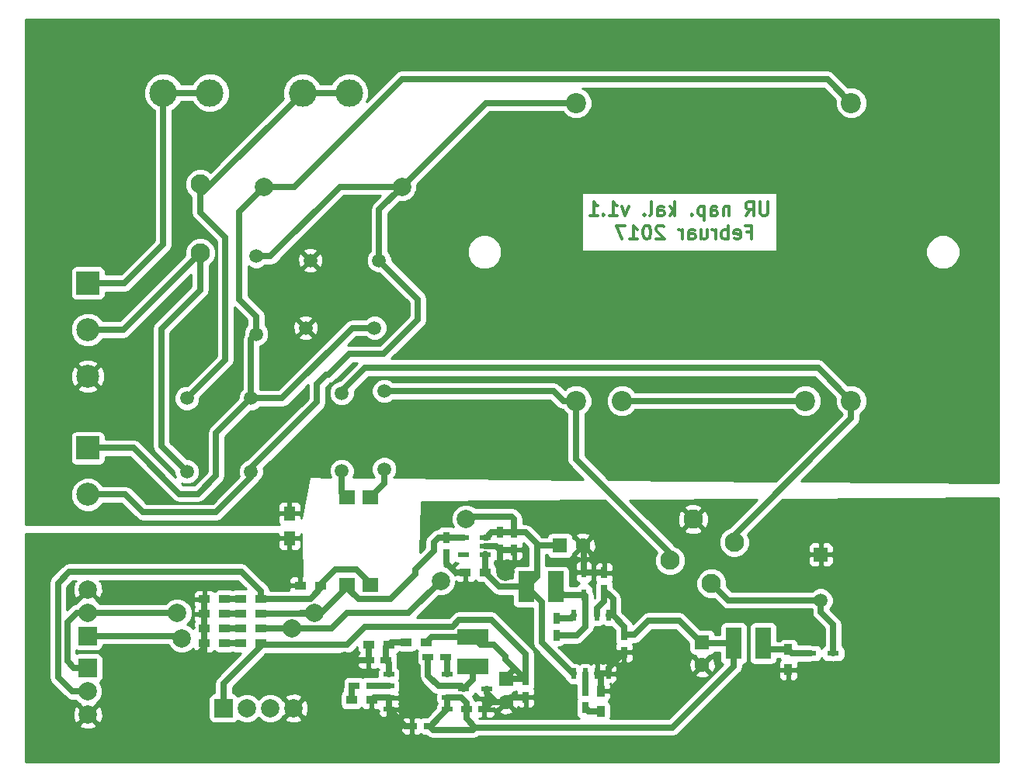
<source format=gbl>
G04 #@! TF.FileFunction,Copper,L2,Bot,Signal*
%FSLAX46Y46*%
G04 Gerber Fmt 4.6, Leading zero omitted, Abs format (unit mm)*
G04 Created by KiCad (PCBNEW 4.0.4+dfsg1-stable) date Sun Feb  5 22:53:45 2017*
%MOMM*%
%LPD*%
G01*
G04 APERTURE LIST*
%ADD10C,0.100000*%
%ADD11C,0.300000*%
%ADD12R,0.750000X1.200000*%
%ADD13R,0.900000X1.200000*%
%ADD14C,1.500000*%
%ADD15R,1.500000X1.500000*%
%ADD16R,1.200000X0.750000*%
%ADD17C,2.100000*%
%ADD18R,1.300000X0.600000*%
%ADD19R,1.200000X0.900000*%
%ADD20R,0.600000X1.300000*%
%ADD21C,3.000000*%
%ADD22R,1.800000X3.400000*%
%ADD23R,3.400000X1.800000*%
%ADD24R,2.500000X2.500000*%
%ADD25C,2.500000*%
%ADD26R,2.000000X2.000000*%
%ADD27C,2.000000*%
%ADD28R,1.300000X1.500000*%
%ADD29C,2.200000*%
%ADD30R,1.780000X1.520000*%
%ADD31R,0.508000X1.143000*%
%ADD32R,1.143000X0.508000*%
%ADD33R,1.200000X0.600000*%
%ADD34C,1.600000*%
%ADD35R,1.600000X1.600000*%
%ADD36C,0.700000*%
%ADD37C,0.254000*%
G04 APERTURE END LIST*
D10*
D11*
X81678571Y61846429D02*
X81678571Y60632143D01*
X81607143Y60489286D01*
X81535714Y60417857D01*
X81392857Y60346429D01*
X81107143Y60346429D01*
X80964285Y60417857D01*
X80892857Y60489286D01*
X80821428Y60632143D01*
X80821428Y61846429D01*
X79249999Y60346429D02*
X79749999Y61060714D01*
X80107142Y60346429D02*
X80107142Y61846429D01*
X79535714Y61846429D01*
X79392856Y61775000D01*
X79321428Y61703571D01*
X79249999Y61560714D01*
X79249999Y61346429D01*
X79321428Y61203571D01*
X79392856Y61132143D01*
X79535714Y61060714D01*
X80107142Y61060714D01*
X77464285Y61346429D02*
X77464285Y60346429D01*
X77464285Y61203571D02*
X77392857Y61275000D01*
X77249999Y61346429D01*
X77035714Y61346429D01*
X76892857Y61275000D01*
X76821428Y61132143D01*
X76821428Y60346429D01*
X75464285Y60346429D02*
X75464285Y61132143D01*
X75535714Y61275000D01*
X75678571Y61346429D01*
X75964285Y61346429D01*
X76107142Y61275000D01*
X75464285Y60417857D02*
X75607142Y60346429D01*
X75964285Y60346429D01*
X76107142Y60417857D01*
X76178571Y60560714D01*
X76178571Y60703571D01*
X76107142Y60846429D01*
X75964285Y60917857D01*
X75607142Y60917857D01*
X75464285Y60989286D01*
X74749999Y61346429D02*
X74749999Y59846429D01*
X74749999Y61275000D02*
X74607142Y61346429D01*
X74321428Y61346429D01*
X74178571Y61275000D01*
X74107142Y61203571D01*
X74035713Y61060714D01*
X74035713Y60632143D01*
X74107142Y60489286D01*
X74178571Y60417857D01*
X74321428Y60346429D01*
X74607142Y60346429D01*
X74749999Y60417857D01*
X73392856Y60489286D02*
X73321428Y60417857D01*
X73392856Y60346429D01*
X73464285Y60417857D01*
X73392856Y60489286D01*
X73392856Y60346429D01*
X71535713Y60346429D02*
X71535713Y61846429D01*
X71392856Y60917857D02*
X70964285Y60346429D01*
X70964285Y61346429D02*
X71535713Y60775000D01*
X69678570Y60346429D02*
X69678570Y61132143D01*
X69749999Y61275000D01*
X69892856Y61346429D01*
X70178570Y61346429D01*
X70321427Y61275000D01*
X69678570Y60417857D02*
X69821427Y60346429D01*
X70178570Y60346429D01*
X70321427Y60417857D01*
X70392856Y60560714D01*
X70392856Y60703571D01*
X70321427Y60846429D01*
X70178570Y60917857D01*
X69821427Y60917857D01*
X69678570Y60989286D01*
X68749998Y60346429D02*
X68892856Y60417857D01*
X68964284Y60560714D01*
X68964284Y61846429D01*
X68178570Y60489286D02*
X68107142Y60417857D01*
X68178570Y60346429D01*
X68249999Y60417857D01*
X68178570Y60489286D01*
X68178570Y60346429D01*
X66464284Y61346429D02*
X66107141Y60346429D01*
X65749999Y61346429D01*
X64392856Y60346429D02*
X65249999Y60346429D01*
X64821427Y60346429D02*
X64821427Y61846429D01*
X64964284Y61632143D01*
X65107142Y61489286D01*
X65249999Y61417857D01*
X63749999Y60489286D02*
X63678571Y60417857D01*
X63749999Y60346429D01*
X63821428Y60417857D01*
X63749999Y60489286D01*
X63749999Y60346429D01*
X62249999Y60346429D02*
X63107142Y60346429D01*
X62678570Y60346429D02*
X62678570Y61846429D01*
X62821427Y61632143D01*
X62964285Y61489286D01*
X63107142Y61417857D01*
X79392855Y58582143D02*
X79892855Y58582143D01*
X79892855Y57796429D02*
X79892855Y59296429D01*
X79178569Y59296429D01*
X78035713Y57867857D02*
X78178570Y57796429D01*
X78464284Y57796429D01*
X78607141Y57867857D01*
X78678570Y58010714D01*
X78678570Y58582143D01*
X78607141Y58725000D01*
X78464284Y58796429D01*
X78178570Y58796429D01*
X78035713Y58725000D01*
X77964284Y58582143D01*
X77964284Y58439286D01*
X78678570Y58296429D01*
X77321427Y57796429D02*
X77321427Y59296429D01*
X77321427Y58725000D02*
X77178570Y58796429D01*
X76892856Y58796429D01*
X76749999Y58725000D01*
X76678570Y58653571D01*
X76607141Y58510714D01*
X76607141Y58082143D01*
X76678570Y57939286D01*
X76749999Y57867857D01*
X76892856Y57796429D01*
X77178570Y57796429D01*
X77321427Y57867857D01*
X75964284Y57796429D02*
X75964284Y58796429D01*
X75964284Y58510714D02*
X75892856Y58653571D01*
X75821427Y58725000D01*
X75678570Y58796429D01*
X75535713Y58796429D01*
X74392856Y58796429D02*
X74392856Y57796429D01*
X75035713Y58796429D02*
X75035713Y58010714D01*
X74964285Y57867857D01*
X74821427Y57796429D01*
X74607142Y57796429D01*
X74464285Y57867857D01*
X74392856Y57939286D01*
X73035713Y57796429D02*
X73035713Y58582143D01*
X73107142Y58725000D01*
X73249999Y58796429D01*
X73535713Y58796429D01*
X73678570Y58725000D01*
X73035713Y57867857D02*
X73178570Y57796429D01*
X73535713Y57796429D01*
X73678570Y57867857D01*
X73749999Y58010714D01*
X73749999Y58153571D01*
X73678570Y58296429D01*
X73535713Y58367857D01*
X73178570Y58367857D01*
X73035713Y58439286D01*
X72321427Y57796429D02*
X72321427Y58796429D01*
X72321427Y58510714D02*
X72249999Y58653571D01*
X72178570Y58725000D01*
X72035713Y58796429D01*
X71892856Y58796429D01*
X70321428Y59153571D02*
X70249999Y59225000D01*
X70107142Y59296429D01*
X69749999Y59296429D01*
X69607142Y59225000D01*
X69535713Y59153571D01*
X69464285Y59010714D01*
X69464285Y58867857D01*
X69535713Y58653571D01*
X70392856Y57796429D01*
X69464285Y57796429D01*
X68535714Y59296429D02*
X68392857Y59296429D01*
X68250000Y59225000D01*
X68178571Y59153571D01*
X68107142Y59010714D01*
X68035714Y58725000D01*
X68035714Y58367857D01*
X68107142Y58082143D01*
X68178571Y57939286D01*
X68250000Y57867857D01*
X68392857Y57796429D01*
X68535714Y57796429D01*
X68678571Y57867857D01*
X68750000Y57939286D01*
X68821428Y58082143D01*
X68892857Y58367857D01*
X68892857Y58725000D01*
X68821428Y59010714D01*
X68750000Y59153571D01*
X68678571Y59225000D01*
X68535714Y59296429D01*
X66607143Y57796429D02*
X67464286Y57796429D01*
X67035714Y57796429D02*
X67035714Y59296429D01*
X67178571Y59082143D01*
X67321429Y58939286D01*
X67464286Y58867857D01*
X66107143Y59296429D02*
X65107143Y59296429D01*
X65750000Y57796429D01*
D12*
X63800000Y19470000D03*
X63800000Y21370000D03*
D13*
X83890000Y13000000D03*
X83890000Y10800000D03*
D12*
X61730000Y8550000D03*
X61730000Y6650000D03*
D14*
X87430000Y18380000D03*
D15*
X87430000Y23380000D03*
D12*
X65980000Y14610000D03*
X65980000Y12710000D03*
X58600000Y16450000D03*
X58600000Y14550000D03*
X54000000Y25780000D03*
X54000000Y23880000D03*
D16*
X48800000Y6500000D03*
X50700000Y6500000D03*
X38455000Y9065000D03*
X36555000Y9065000D03*
X44725000Y4675000D03*
X42825000Y4675000D03*
D12*
X52420000Y25780000D03*
X52420000Y23880000D03*
D16*
X40035000Y11825000D03*
X38135000Y11825000D03*
X46505000Y12185000D03*
X44605000Y12185000D03*
D12*
X46610000Y25260000D03*
X46610000Y23360000D03*
X55250000Y9700000D03*
X55250000Y7800000D03*
D17*
X71010000Y22730000D03*
X73510000Y27230000D03*
X75510000Y20230000D03*
X78010000Y24730000D03*
D18*
X86290000Y12610000D03*
X88790000Y12610000D03*
D19*
X20200000Y18500000D03*
X22400000Y18500000D03*
D20*
X61620000Y18980000D03*
X61620000Y21480000D03*
D19*
X20200000Y16900000D03*
X22400000Y16900000D03*
X20200000Y15300000D03*
X22400000Y15300000D03*
X20200000Y13700000D03*
X22400000Y13700000D03*
D18*
X48500000Y8750000D03*
X51000000Y8750000D03*
D21*
X35984000Y73772000D03*
X30904000Y73772000D03*
X15744000Y73772000D03*
X20824000Y73772000D03*
D22*
X77950000Y13690000D03*
X81150000Y13690000D03*
X55320000Y19860000D03*
X58520000Y19860000D03*
D23*
X49500000Y14350000D03*
X49500000Y11150000D03*
D24*
X7500000Y53000000D03*
D25*
X7500000Y47920000D03*
X7500000Y42840000D03*
D24*
X7500000Y35000000D03*
D25*
X7500000Y29920000D03*
D26*
X22300000Y6600000D03*
D27*
X24840000Y6600000D03*
X27380000Y6600000D03*
X29920000Y6600000D03*
D17*
X19768000Y63806000D03*
X19768000Y56306000D03*
D14*
X35190000Y32490000D03*
X35190000Y40990000D03*
X39820000Y32710000D03*
X39820000Y41210000D03*
D28*
X29500000Y25150000D03*
X29500000Y27850000D03*
D14*
X25864000Y55924000D03*
X25864000Y47424000D03*
D13*
X63430000Y6270000D03*
X63430000Y8470000D03*
D19*
X26400000Y18500000D03*
X24200000Y18500000D03*
X26400000Y16900000D03*
X24200000Y16900000D03*
X26400000Y15300000D03*
X24200000Y15300000D03*
X26400000Y13700000D03*
X24200000Y13700000D03*
X36255000Y7505000D03*
X38455000Y7505000D03*
X50860000Y21370000D03*
X48660000Y21370000D03*
X44435000Y13795000D03*
X42235000Y13795000D03*
X40325000Y13555000D03*
X38125000Y13555000D03*
D29*
X60750000Y72650000D03*
X90750000Y72650000D03*
X65750000Y40150000D03*
X60750000Y40150000D03*
X85750000Y40150000D03*
X90750000Y40150000D03*
D30*
X35760000Y29590000D03*
X38300000Y29590000D03*
X38300000Y20090000D03*
X35760000Y20090000D03*
D31*
X64305000Y16725000D03*
X63035000Y16725000D03*
X61765000Y16725000D03*
X60495000Y16725000D03*
X60495000Y10375000D03*
X61765000Y10375000D03*
X63035000Y10375000D03*
X64305000Y10375000D03*
D32*
X46680000Y6480000D03*
X46680000Y7750000D03*
X46680000Y9020000D03*
X46680000Y10290000D03*
X40330000Y10290000D03*
X40330000Y9020000D03*
X40330000Y7750000D03*
X40330000Y6480000D03*
D33*
X50810000Y25260000D03*
X50810000Y24310000D03*
X50810000Y23360000D03*
X48510000Y23360000D03*
X48510000Y25260000D03*
D27*
X26750000Y63500000D03*
X41750000Y63500000D03*
D14*
X38758000Y48118000D03*
X31258000Y48118000D03*
X31766000Y55484000D03*
X39266000Y55484000D03*
X18300000Y40434000D03*
X25300000Y40434000D03*
X18300000Y32434000D03*
X25300000Y32434000D03*
D26*
X7500000Y14500000D03*
D27*
X7500000Y17040000D03*
X7500000Y19580000D03*
D26*
X7500000Y11000000D03*
D27*
X7500000Y8460000D03*
X7500000Y5920000D03*
D34*
X74500000Y11300000D03*
D35*
X74500000Y13800000D03*
D34*
X61480000Y24360000D03*
D35*
X58980000Y24360000D03*
D34*
X53100000Y7300000D03*
D35*
X53100000Y9800000D03*
D19*
X30650000Y20000000D03*
X32850000Y20000000D03*
D27*
X19000000Y12000000D03*
X35500000Y11750000D03*
X53000000Y21500000D03*
X17750000Y14250000D03*
X29750000Y15300000D03*
X48750000Y27250000D03*
X46000000Y20500000D03*
X17250000Y17000000D03*
X32250000Y17000000D03*
D36*
X44725000Y4675000D02*
X44925000Y4675000D01*
X44925000Y4675000D02*
X45500000Y5250000D01*
X45500000Y5250000D02*
X45500000Y5300000D01*
X44725000Y4675000D02*
X45150000Y4250000D01*
X46680000Y6480000D02*
X46680000Y7750000D01*
X45150000Y4250000D02*
X49500000Y4250000D01*
X49500000Y4250000D02*
X49750000Y4500000D01*
X71250000Y4500000D02*
X49750000Y4500000D01*
X77950000Y13690000D02*
X77950000Y11200000D01*
X77950000Y11200000D02*
X71250000Y4500000D01*
X48800000Y5450000D02*
X48800000Y6500000D01*
X49750000Y4500000D02*
X48800000Y5450000D01*
X46680000Y7750000D02*
X48250000Y7750000D01*
X48250000Y7750000D02*
X48775000Y7225000D01*
X48775000Y7225000D02*
X48775000Y6925002D01*
X44725000Y4675000D02*
X44875000Y4675000D01*
X44875000Y4675000D02*
X45500000Y5300000D01*
X45500000Y5300000D02*
X46680000Y6480000D01*
X63800000Y19470000D02*
X63800000Y18300000D01*
X63035000Y17535000D02*
X63035000Y16725000D01*
X63800000Y18300000D02*
X63035000Y17535000D01*
X64775000Y16725000D02*
X64775000Y18495000D01*
X64775000Y18495000D02*
X63800000Y19470000D01*
X65980000Y14610000D02*
X65980000Y15520000D01*
X64775000Y16725000D02*
X64305000Y16725000D01*
X65980000Y15520000D02*
X64775000Y16725000D01*
X65980000Y14610000D02*
X67110000Y14610000D01*
X67110000Y14610000D02*
X68660000Y16160000D01*
X77950000Y13690000D02*
X74450000Y13690000D01*
X68660000Y16160000D02*
X71980000Y16160000D01*
X74450000Y13690000D02*
X71980000Y16160000D01*
X38125000Y13555000D02*
X38125000Y12825000D01*
X38100000Y12800000D02*
X38125000Y12800000D01*
X38125000Y12825000D02*
X38100000Y12800000D01*
X51000000Y8750000D02*
X51000000Y8300000D01*
X51000000Y8300000D02*
X52000000Y7300000D01*
X53100000Y7300000D02*
X52000000Y7300000D01*
X52000000Y7300000D02*
X51500000Y7300000D01*
X51500000Y7300000D02*
X50700000Y6500000D01*
X55250000Y7800000D02*
X53600000Y7800000D01*
X53600000Y7800000D02*
X53100000Y7300000D01*
X20200000Y13700000D02*
X20200000Y13200000D01*
X20200000Y13200000D02*
X19000000Y12000000D01*
X20200000Y18500000D02*
X20200000Y13700000D01*
X38135000Y11825000D02*
X35575000Y11825000D01*
X35575000Y11825000D02*
X35500000Y11750000D01*
X38125000Y12800000D02*
X38125000Y11835000D01*
X38125000Y11835000D02*
X38135000Y11825000D01*
X40330000Y7750000D02*
X38700000Y7750000D01*
X38700000Y7750000D02*
X38455000Y7505000D01*
X40330000Y6480000D02*
X40330000Y7750000D01*
X42825000Y4675000D02*
X42135000Y4675000D01*
X42135000Y4675000D02*
X40330000Y6480000D01*
X46610000Y22390000D02*
X46610000Y23360000D01*
X48660000Y21370000D02*
X47630000Y21370000D01*
X46610000Y22390000D02*
X46610000Y23360000D01*
X47630000Y21370000D02*
X46610000Y22390000D01*
X52420000Y23880000D02*
X52420000Y22080000D01*
X52420000Y22080000D02*
X53000000Y21500000D01*
X52420000Y23880000D02*
X54000000Y23880000D01*
X50810000Y24310000D02*
X51990000Y24310000D01*
X51990000Y24310000D02*
X52420000Y23880000D01*
X61620000Y21480000D02*
X61620000Y24220000D01*
X61620000Y24220000D02*
X61480000Y24360000D01*
X63800000Y21370000D02*
X61730000Y21370000D01*
X61730000Y21370000D02*
X61620000Y21480000D01*
X63430000Y8470000D02*
X63430000Y9980000D01*
X63430000Y9980000D02*
X63035000Y10375000D01*
X63035000Y10375000D02*
X64305000Y10375000D01*
X64305000Y10375000D02*
X64305000Y11035000D01*
X64305000Y11035000D02*
X65980000Y12710000D01*
X83890000Y13000000D02*
X81840000Y13000000D01*
X81840000Y13000000D02*
X81150000Y13690000D01*
X86290000Y12610000D02*
X84280000Y12610000D01*
X84280000Y12610000D02*
X83890000Y13000000D01*
X61765000Y10375000D02*
X61765000Y8585000D01*
X61765000Y8585000D02*
X61730000Y8550000D01*
X63430000Y6270000D02*
X62110000Y6270000D01*
X62110000Y6270000D02*
X61730000Y6650000D01*
X87430000Y18380000D02*
X87430000Y17070000D01*
X88790000Y15710000D02*
X88790000Y12610000D01*
X87430000Y17070000D02*
X88790000Y15710000D01*
X87430000Y18380000D02*
X77360000Y18380000D01*
X77360000Y18380000D02*
X75510000Y20230000D01*
X71010000Y22730000D02*
X71010000Y23490000D01*
X71010000Y23490000D02*
X60750000Y33750000D01*
X60750000Y33750000D02*
X60750000Y40150000D01*
X60750000Y40150000D02*
X59350000Y40150000D01*
X58290000Y41210000D02*
X39820000Y41210000D01*
X59350000Y40150000D02*
X58290000Y41210000D01*
X58600000Y16450000D02*
X60220000Y16450000D01*
X60220000Y16450000D02*
X60495000Y16725000D01*
X58600000Y14550000D02*
X60800000Y14550000D01*
X61765000Y15515000D02*
X61765000Y16725000D01*
X60800000Y14550000D02*
X61765000Y15515000D01*
X61620000Y18980000D02*
X59400000Y18980000D01*
X59400000Y18980000D02*
X58520000Y19860000D01*
X61765000Y16725000D02*
X61765000Y18835000D01*
X61765000Y18835000D02*
X61620000Y18980000D01*
X58980000Y24360000D02*
X56480000Y24360000D01*
X17500000Y14500000D02*
X7500000Y14500000D01*
X17750000Y14250000D02*
X17500000Y14500000D01*
X40500000Y17000000D02*
X35750000Y17000000D01*
X54000000Y27250000D02*
X53750000Y27500000D01*
X53750000Y27500000D02*
X49000000Y27500000D01*
X49000000Y27500000D02*
X48750000Y27250000D01*
X46000000Y20500000D02*
X42500000Y17000000D01*
X42500000Y17000000D02*
X40500000Y17000000D01*
X54000000Y25780000D02*
X54000000Y27250000D01*
X34050000Y15300000D02*
X29750000Y15300000D01*
X29750000Y15300000D02*
X26400000Y15300000D01*
X35750000Y17000000D02*
X34050000Y15300000D01*
X57000000Y16500000D02*
X57000000Y18180000D01*
X57000000Y18180000D02*
X55320000Y19860000D01*
X50860000Y21370000D02*
X50860000Y23359998D01*
X50860000Y23359998D02*
X50810000Y23409998D01*
X50810000Y23409998D02*
X50810000Y23360000D01*
X55320000Y19860000D02*
X52370000Y19860000D01*
X52370000Y19860000D02*
X50860000Y21370000D01*
X50810000Y25260000D02*
X51010000Y25260000D01*
X51010000Y25260000D02*
X51530000Y25780000D01*
X51530000Y25780000D02*
X52420000Y25780000D01*
X54750000Y25780000D02*
X52420000Y25780000D01*
X56480000Y24360000D02*
X56480000Y24520000D01*
X56480000Y24520000D02*
X55220000Y25780000D01*
X55220000Y25780000D02*
X54750000Y25780000D01*
X54750000Y25780000D02*
X54000000Y25780000D01*
X57000000Y13750000D02*
X60375000Y10375000D01*
X57000000Y16750000D02*
X57000000Y16500000D01*
X57000000Y16500000D02*
X57000000Y13750000D01*
X60375000Y10375000D02*
X60495000Y10375000D01*
X56480000Y24360000D02*
X56480000Y21020000D01*
X56480000Y21020000D02*
X55320000Y19860000D01*
X38455000Y9065000D02*
X40285000Y9065000D01*
X40285000Y9065000D02*
X40330000Y9020000D01*
X36255000Y7505000D02*
X36255000Y8765000D01*
X36255000Y8765000D02*
X36555000Y9065000D01*
X40035000Y11825000D02*
X40035000Y13265000D01*
X40035000Y13265000D02*
X40325000Y13555000D01*
X40330000Y10290000D02*
X40330000Y11530000D01*
X40330000Y11530000D02*
X40035000Y11825000D01*
X42235000Y13795000D02*
X40565000Y13795000D01*
X40565000Y13795000D02*
X40325000Y13555000D01*
X46680000Y10290000D02*
X46680000Y12010000D01*
X46680000Y12010000D02*
X46505000Y12185000D01*
X44605000Y12185000D02*
X44605000Y10145000D01*
X45730000Y9020000D02*
X46680000Y9020000D01*
X44605000Y10145000D02*
X45730000Y9020000D01*
X49500000Y11150000D02*
X49500000Y9750000D01*
X49500000Y9750000D02*
X48500000Y8750000D01*
X46680000Y9020000D02*
X48230000Y9020000D01*
X48230000Y9020000D02*
X48500000Y8750000D01*
X7500000Y11000000D02*
X6000000Y11000000D01*
X6290000Y17040000D02*
X7500000Y17040000D01*
X5250000Y16000000D02*
X6290000Y17040000D01*
X5250000Y11750000D02*
X5250000Y16000000D01*
X6000000Y11000000D02*
X5250000Y11750000D01*
X17210000Y17040000D02*
X7500000Y17040000D01*
X17250000Y17000000D02*
X17210000Y17040000D01*
X30750000Y17000000D02*
X30750000Y16900000D01*
X32150000Y17000000D02*
X30750000Y17000000D01*
X32250000Y16900000D02*
X32150000Y17000000D01*
X32250000Y17000000D02*
X32250000Y16900000D01*
X26400000Y16900000D02*
X30750000Y16900000D01*
X30750000Y16900000D02*
X32900000Y16900000D01*
X32900000Y16900000D02*
X35760000Y19760000D01*
X35760000Y19760000D02*
X35760000Y20090000D01*
X35760000Y20090000D02*
X35760000Y19740000D01*
X35760000Y19740000D02*
X37000000Y18500000D01*
X45760000Y25260000D02*
X46610000Y25260000D01*
X45250000Y24750000D02*
X45760000Y25260000D01*
X45250000Y23750000D02*
X45250000Y24750000D01*
X43250000Y21750000D02*
X45250000Y23750000D01*
X43250000Y21250000D02*
X43250000Y21750000D01*
X40500000Y18500000D02*
X43250000Y21250000D01*
X37000000Y18500000D02*
X40500000Y18500000D01*
X35760000Y20090000D02*
X35840000Y20090000D01*
X48510000Y25260000D02*
X46610000Y25260000D01*
X53100000Y9800000D02*
X53100000Y10000000D01*
X53100000Y10000000D02*
X54025000Y10925000D01*
X53100000Y9800000D02*
X55150000Y9800000D01*
X55150000Y9800000D02*
X55200000Y9750000D01*
X55200000Y9750000D02*
X55250000Y9700000D01*
X55200000Y9750000D02*
X55250000Y9700000D01*
X26400000Y13700000D02*
X26400000Y13400000D01*
X26400000Y13400000D02*
X22300000Y9300000D01*
X22300000Y9300000D02*
X22300000Y6600000D01*
X26600000Y13500000D02*
X34000000Y13500000D01*
X55250000Y12500000D02*
X51500000Y16250000D01*
X51500000Y16250000D02*
X48000000Y16250000D01*
X48000000Y16250000D02*
X47250000Y15500000D01*
X47250000Y15500000D02*
X37750000Y15500000D01*
X37750000Y15500000D02*
X35750000Y13500000D01*
X35750000Y13500000D02*
X34000000Y13500000D01*
X55250000Y12500000D02*
X55250000Y9700000D01*
X26600000Y13500000D02*
X26400000Y13700000D01*
X49500000Y14350000D02*
X44990000Y14350000D01*
X44990000Y14350000D02*
X44435000Y13795000D01*
X53000000Y12250000D02*
X53000000Y11950000D01*
X53000000Y11950000D02*
X54025000Y10925000D01*
X54025000Y10925000D02*
X55250000Y9700000D01*
X53000000Y12250000D02*
X51750000Y13500000D01*
X51750000Y13500000D02*
X50350000Y13500000D01*
X50350000Y13500000D02*
X49500000Y14350000D01*
X78010000Y24730000D02*
X78010000Y25510000D01*
X78010000Y25510000D02*
X90750000Y38250000D01*
X90750000Y38250000D02*
X90750000Y40150000D01*
X35190000Y40990000D02*
X35190000Y41190000D01*
X35190000Y41190000D02*
X37750000Y43750000D01*
X37750000Y43750000D02*
X87150000Y43750000D01*
X87150000Y43750000D02*
X90750000Y40150000D01*
X24200000Y18500000D02*
X22400000Y18500000D01*
X22400000Y16900000D02*
X24200000Y16900000D01*
X22400000Y15300000D02*
X24200000Y15300000D01*
X22400000Y13700000D02*
X24200000Y13700000D01*
X19768000Y63806000D02*
X19768000Y60732000D01*
X22500000Y44634000D02*
X18300000Y40434000D01*
X22500000Y58000000D02*
X22500000Y44634000D01*
X19768000Y60732000D02*
X22500000Y58000000D01*
X35984000Y73772000D02*
X30904000Y73772000D01*
X30904000Y73772000D02*
X20132000Y63000000D01*
X20132000Y63000000D02*
X20132000Y63442000D01*
X20132000Y63442000D02*
X19768000Y63806000D01*
X30904000Y73772000D02*
X30904000Y73404000D01*
X30904000Y73772000D02*
X29734000Y73772000D01*
X15744000Y73772000D02*
X20824000Y73772000D01*
X7500000Y53000000D02*
X11500000Y53000000D01*
X15744000Y57244000D02*
X15744000Y73772000D01*
X11500000Y53000000D02*
X15744000Y57244000D01*
X26750000Y63500000D02*
X30000000Y63500000D01*
X88150000Y75250000D02*
X90750000Y72650000D01*
X41750000Y75250000D02*
X88150000Y75250000D01*
X30000000Y63500000D02*
X41750000Y75250000D01*
X25864000Y47424000D02*
X25864000Y49386000D01*
X24000000Y60750000D02*
X26750000Y63500000D01*
X24000000Y51250000D02*
X24000000Y60750000D01*
X25864000Y49386000D02*
X24000000Y51250000D01*
X25300000Y40434000D02*
X28684000Y40434000D01*
X36368000Y48118000D02*
X38758000Y48118000D01*
X28684000Y40434000D02*
X36368000Y48118000D01*
X7500000Y35000000D02*
X12500000Y35000000D01*
X21500000Y36634000D02*
X25300000Y40434000D01*
X21500000Y32000000D02*
X21500000Y36634000D01*
X19500000Y30000000D02*
X21500000Y32000000D01*
X17500000Y30000000D02*
X19500000Y30000000D01*
X12500000Y35000000D02*
X17500000Y30000000D01*
X25300000Y40434000D02*
X25300000Y46860000D01*
X25300000Y46860000D02*
X25864000Y47424000D01*
X33500000Y43000000D02*
X33750000Y43000000D01*
X32500000Y40000000D02*
X32500000Y42000000D01*
X32500000Y42000000D02*
X33500000Y43000000D01*
X39266000Y55484000D02*
X43500000Y51250000D01*
X32500000Y40000000D02*
X25300000Y32800000D01*
X43500000Y49000000D02*
X43500000Y51250000D01*
X39750000Y45250000D02*
X43500000Y49000000D01*
X36000000Y45250000D02*
X39750000Y45250000D01*
X33750000Y43000000D02*
X36000000Y45250000D01*
X60750000Y72650000D02*
X50900000Y72650000D01*
X50900000Y72650000D02*
X41750000Y63500000D01*
X25864000Y55924000D02*
X27424000Y55924000D01*
X35000000Y63500000D02*
X41750000Y63500000D01*
X27424000Y55924000D02*
X35000000Y63500000D01*
X39266000Y55484000D02*
X39266000Y61016000D01*
X39266000Y61016000D02*
X41750000Y63500000D01*
X25300000Y32434000D02*
X25300000Y32800000D01*
X25300000Y32434000D02*
X25300000Y31800000D01*
X25300000Y31800000D02*
X21500000Y28000000D01*
X21500000Y28000000D02*
X13500000Y28000000D01*
X13500000Y28000000D02*
X11580000Y29920000D01*
X11580000Y29920000D02*
X7500000Y29920000D01*
X19768000Y56306000D02*
X19768000Y52268000D01*
X15500000Y35234000D02*
X18300000Y32434000D01*
X15500000Y48000000D02*
X15500000Y35234000D01*
X19768000Y52268000D02*
X15500000Y48000000D01*
X7500000Y47920000D02*
X11382000Y47920000D01*
X11382000Y47920000D02*
X19768000Y56306000D01*
X26400000Y18500000D02*
X26400000Y19350000D01*
X5790000Y8460000D02*
X7500000Y8460000D01*
X4250000Y10000000D02*
X5790000Y8460000D01*
X4250000Y20250000D02*
X4250000Y10000000D01*
X5500000Y21500000D02*
X4250000Y20250000D01*
X24250000Y21500000D02*
X5500000Y21500000D01*
X26400000Y19350000D02*
X24250000Y21500000D01*
X33100000Y20000000D02*
X33100000Y19850000D01*
X33100000Y19850000D02*
X31750000Y18500000D01*
X31750000Y18500000D02*
X26400000Y18500000D01*
X38300000Y20090000D02*
X38300000Y20200000D01*
X38300000Y20200000D02*
X36750000Y21750000D01*
X34500000Y21750000D02*
X33100000Y20350000D01*
X36750000Y21750000D02*
X34500000Y21750000D01*
X33100000Y20350000D02*
X33100000Y20000000D01*
X38410000Y20200000D02*
X38300000Y20090000D01*
X35190000Y32490000D02*
X35190000Y30160000D01*
X35190000Y30160000D02*
X35760000Y29590000D01*
X39820000Y32710000D02*
X39820000Y31110000D01*
X39820000Y31110000D02*
X38300000Y29590000D01*
X85750000Y40150000D02*
X65750000Y40150000D01*
D37*
G36*
X106790000Y31202993D02*
X85289115Y31396115D01*
X91446500Y37553500D01*
X91660021Y37873057D01*
X91735000Y38250000D01*
X91735000Y38681760D01*
X92220004Y39165918D01*
X92484699Y39803373D01*
X92485301Y40493599D01*
X92221719Y41131515D01*
X91734082Y41620004D01*
X91096627Y41884699D01*
X90407700Y41885300D01*
X87846500Y44446500D01*
X87526943Y44660021D01*
X87150000Y44735000D01*
X40628000Y44735000D01*
X44196500Y48303500D01*
X44410021Y48623057D01*
X44485000Y49000000D01*
X44485000Y51250000D01*
X44410021Y51626943D01*
X44196500Y51946500D01*
X40651008Y55491992D01*
X40651240Y55758285D01*
X40540336Y56026695D01*
X48864674Y56026695D01*
X49151043Y55333628D01*
X49680839Y54802907D01*
X50373405Y54515328D01*
X51123305Y54514674D01*
X51816372Y54801043D01*
X52347093Y55330839D01*
X52634672Y56023405D01*
X52634674Y56026695D01*
X98864674Y56026695D01*
X99151043Y55333628D01*
X99680839Y54802907D01*
X100373405Y54515328D01*
X101123305Y54514674D01*
X101816372Y54801043D01*
X102347093Y55330839D01*
X102634672Y56023405D01*
X102635326Y56773305D01*
X102348957Y57466372D01*
X101819161Y57997093D01*
X101126595Y58284672D01*
X100376695Y58285326D01*
X99683628Y57998957D01*
X99152907Y57469161D01*
X98865328Y56776595D01*
X98864674Y56026695D01*
X52634674Y56026695D01*
X52635326Y56773305D01*
X52348957Y57466372D01*
X51819161Y57997093D01*
X51126595Y58284672D01*
X50376695Y58285326D01*
X49683628Y57998957D01*
X49152907Y57469161D01*
X48865328Y56776595D01*
X48864674Y56026695D01*
X40540336Y56026695D01*
X40440831Y56267515D01*
X40251000Y56457677D01*
X40251000Y60608000D01*
X41508211Y61865210D01*
X42073795Y61864716D01*
X42674943Y62113106D01*
X43135278Y62572637D01*
X43254601Y62860000D01*
X61329286Y62860000D01*
X61329286Y56490000D01*
X82670715Y56490000D01*
X82670715Y62860000D01*
X61329286Y62860000D01*
X43254601Y62860000D01*
X43384716Y63173352D01*
X43385213Y63742213D01*
X51308000Y71665000D01*
X59281760Y71665000D01*
X59765918Y71179996D01*
X60403373Y70915301D01*
X61093599Y70914699D01*
X61731515Y71178281D01*
X62220004Y71665918D01*
X62484699Y72303373D01*
X62485301Y72993599D01*
X62221719Y73631515D01*
X61734082Y74120004D01*
X61384894Y74265000D01*
X87742000Y74265000D01*
X89015297Y72991703D01*
X89014699Y72306401D01*
X89278281Y71668485D01*
X89765918Y71179996D01*
X90403373Y70915301D01*
X91093599Y70914699D01*
X91731515Y71178281D01*
X92220004Y71665918D01*
X92484699Y72303373D01*
X92485301Y72993599D01*
X92221719Y73631515D01*
X91734082Y74120004D01*
X91096627Y74384699D01*
X90407700Y74385300D01*
X88846500Y75946500D01*
X88526943Y76160021D01*
X88150000Y76235000D01*
X41750000Y76235000D01*
X41373057Y76160021D01*
X41053500Y75946500D01*
X37881577Y72774577D01*
X38118628Y73345459D01*
X38119370Y74194815D01*
X37795020Y74979800D01*
X37194959Y75580909D01*
X36410541Y75906628D01*
X35561185Y75907370D01*
X34776200Y75583020D01*
X34175091Y74982959D01*
X34081265Y74757000D01*
X32807079Y74757000D01*
X32715020Y74979800D01*
X32114959Y75580909D01*
X31330541Y75906628D01*
X30481185Y75907370D01*
X29696200Y75583020D01*
X29095091Y74982959D01*
X28769372Y74198541D01*
X28769088Y73872987D01*
X28749000Y73772000D01*
X28768912Y73671897D01*
X28768630Y73349185D01*
X28862062Y73123063D01*
X20848072Y65109072D01*
X20723722Y65233640D01*
X20104638Y65490707D01*
X19434303Y65491292D01*
X18814771Y65235306D01*
X18340360Y64761722D01*
X18083293Y64142638D01*
X18082708Y63472303D01*
X18338694Y62852771D01*
X18783000Y62407689D01*
X18783000Y60732000D01*
X18857979Y60355057D01*
X19071500Y60035500D01*
X21515000Y57592000D01*
X21515000Y45042000D01*
X18292008Y41819008D01*
X18025715Y41819240D01*
X17516485Y41608831D01*
X17126539Y41219564D01*
X16915241Y40710702D01*
X16914760Y40159715D01*
X17125169Y39650485D01*
X17514436Y39260539D01*
X18023298Y39049241D01*
X18574285Y39048760D01*
X19083515Y39259169D01*
X19473461Y39648436D01*
X19684759Y40157298D01*
X19684994Y40425994D01*
X23196500Y43937500D01*
X23410021Y44257057D01*
X23485000Y44634000D01*
X23485000Y50372000D01*
X24879000Y48978000D01*
X24879000Y48397697D01*
X24690539Y48209564D01*
X24479241Y47700702D01*
X24478952Y47370101D01*
X24389979Y47236943D01*
X24315000Y46860000D01*
X24315000Y41407697D01*
X24126539Y41219564D01*
X23915241Y40710702D01*
X23915006Y40442007D01*
X20803500Y37330500D01*
X20589979Y37010943D01*
X20515000Y36634000D01*
X20515000Y32408000D01*
X19092000Y30985000D01*
X17908000Y30985000D01*
X17716270Y31176730D01*
X18023298Y31049241D01*
X18574285Y31048760D01*
X19083515Y31259169D01*
X19473461Y31648436D01*
X19684759Y32157298D01*
X19685240Y32708285D01*
X19474831Y33217515D01*
X19085564Y33607461D01*
X18576702Y33818759D01*
X18308006Y33818994D01*
X16485000Y35642000D01*
X16485000Y47592000D01*
X20464500Y51571499D01*
X20678021Y51891057D01*
X20717589Y52089979D01*
X20753000Y52268000D01*
X20753000Y54908410D01*
X21195640Y55350278D01*
X21452707Y55969362D01*
X21453292Y56639697D01*
X21197306Y57259229D01*
X20723722Y57733640D01*
X20104638Y57990707D01*
X19434303Y57991292D01*
X18814771Y57735306D01*
X18340360Y57261722D01*
X18083293Y56642638D01*
X18082744Y56013744D01*
X10974000Y48905000D01*
X9132579Y48905000D01*
X9098957Y48986372D01*
X8569161Y49517093D01*
X7876595Y49804672D01*
X7126695Y49805326D01*
X6433628Y49518957D01*
X5902907Y48989161D01*
X5615328Y48296595D01*
X5614674Y47546695D01*
X5901043Y46853628D01*
X6430839Y46322907D01*
X7123405Y46035328D01*
X7873305Y46034674D01*
X8566372Y46321043D01*
X9097093Y46850839D01*
X9132040Y46935000D01*
X11382000Y46935000D01*
X11758943Y47009979D01*
X12078500Y47223500D01*
X18783000Y53928000D01*
X18783000Y52676001D01*
X14803500Y48696500D01*
X14589979Y48376943D01*
X14515000Y48000000D01*
X14515000Y35234000D01*
X14589979Y34857057D01*
X14803500Y34537500D01*
X16914992Y32426008D01*
X16914760Y32159715D01*
X17042542Y31850458D01*
X13196500Y35696500D01*
X12876943Y35910021D01*
X12500000Y35985000D01*
X9397440Y35985000D01*
X9397440Y36250000D01*
X9353162Y36485317D01*
X9214090Y36701441D01*
X9001890Y36846431D01*
X8750000Y36897440D01*
X6250000Y36897440D01*
X6014683Y36853162D01*
X5798559Y36714090D01*
X5653569Y36501890D01*
X5602560Y36250000D01*
X5602560Y33750000D01*
X5646838Y33514683D01*
X5785910Y33298559D01*
X5998110Y33153569D01*
X6250000Y33102560D01*
X8750000Y33102560D01*
X8985317Y33146838D01*
X9201441Y33285910D01*
X9346431Y33498110D01*
X9397440Y33750000D01*
X9397440Y34015000D01*
X12092000Y34015000D01*
X16803500Y29303500D01*
X17123057Y29089979D01*
X17500000Y29015000D01*
X19500000Y29015000D01*
X19876943Y29089979D01*
X20196500Y29303500D01*
X22196500Y31303500D01*
X22410021Y31623057D01*
X22485000Y32000000D01*
X22485000Y36226000D01*
X25307993Y39048992D01*
X25574285Y39048760D01*
X26083515Y39259169D01*
X26273677Y39449000D01*
X28684000Y39449000D01*
X29060943Y39523979D01*
X29380500Y39737500D01*
X31515000Y41872000D01*
X31515000Y40408000D01*
X24856197Y33749197D01*
X24516485Y33608831D01*
X24126539Y33219564D01*
X23915241Y32710702D01*
X23914760Y32159715D01*
X24017665Y31910666D01*
X21092000Y28985000D01*
X13908000Y28985000D01*
X12276500Y30616500D01*
X11956943Y30830021D01*
X11580000Y30905000D01*
X9132579Y30905000D01*
X9098957Y30986372D01*
X8569161Y31517093D01*
X7876595Y31804672D01*
X7126695Y31805326D01*
X6433628Y31518957D01*
X5902907Y30989161D01*
X5615328Y30296595D01*
X5614674Y29546695D01*
X5901043Y28853628D01*
X6430839Y28322907D01*
X7123405Y28035328D01*
X7873305Y28034674D01*
X8566372Y28321043D01*
X9097093Y28850839D01*
X9132040Y28935000D01*
X11172000Y28935000D01*
X12803500Y27303500D01*
X13123057Y27089979D01*
X13500000Y27015000D01*
X21500000Y27015000D01*
X21876943Y27089979D01*
X22196500Y27303500D01*
X23619309Y28726309D01*
X28215000Y28726309D01*
X28215000Y28135750D01*
X28373750Y27977000D01*
X29373000Y27977000D01*
X29373000Y29076250D01*
X29627000Y29076250D01*
X29627000Y27977000D01*
X30626250Y27977000D01*
X30785000Y28135750D01*
X30785000Y28726309D01*
X30688327Y28959698D01*
X30509699Y29138327D01*
X30276310Y29235000D01*
X29785750Y29235000D01*
X29627000Y29076250D01*
X29373000Y29076250D01*
X29214250Y29235000D01*
X28723690Y29235000D01*
X28490301Y29138327D01*
X28311673Y28959698D01*
X28215000Y28726309D01*
X23619309Y28726309D01*
X25996501Y31103500D01*
X26134568Y31310133D01*
X26473461Y31648436D01*
X26684759Y32157298D01*
X26685240Y32708285D01*
X26660693Y32767693D01*
X33196500Y39303500D01*
X33410021Y39623057D01*
X33485000Y40000000D01*
X33485000Y41592000D01*
X33947232Y42054232D01*
X34126943Y42089979D01*
X34446500Y42303500D01*
X36408001Y44265000D01*
X36872000Y44265000D01*
X34982182Y42375182D01*
X34915715Y42375240D01*
X34406485Y42164831D01*
X34016539Y41775564D01*
X33805241Y41266702D01*
X33804760Y40715715D01*
X34015169Y40206485D01*
X34404436Y39816539D01*
X34913298Y39605241D01*
X35464285Y39604760D01*
X35973515Y39815169D01*
X36363461Y40204436D01*
X36574759Y40713298D01*
X36575168Y41182168D01*
X38158000Y42765000D01*
X86742000Y42765000D01*
X89015297Y40491703D01*
X89014699Y39806401D01*
X89278281Y39168485D01*
X89765000Y38680916D01*
X89765000Y38658000D01*
X82527916Y31420916D01*
X64308436Y31584564D01*
X61735000Y34158000D01*
X61735000Y38681760D01*
X62220004Y39165918D01*
X62484699Y39803373D01*
X62484701Y39806401D01*
X64014699Y39806401D01*
X64278281Y39168485D01*
X64765918Y38679996D01*
X65403373Y38415301D01*
X66093599Y38414699D01*
X66731515Y38678281D01*
X67219084Y39165000D01*
X84281760Y39165000D01*
X84765918Y38679996D01*
X85403373Y38415301D01*
X86093599Y38414699D01*
X86731515Y38678281D01*
X87220004Y39165918D01*
X87484699Y39803373D01*
X87485301Y40493599D01*
X87221719Y41131515D01*
X86734082Y41620004D01*
X86096627Y41884699D01*
X85406401Y41885301D01*
X84768485Y41621719D01*
X84280916Y41135000D01*
X67218240Y41135000D01*
X66734082Y41620004D01*
X66096627Y41884699D01*
X65406401Y41885301D01*
X64768485Y41621719D01*
X64279996Y41134082D01*
X64015301Y40496627D01*
X64014699Y39806401D01*
X62484701Y39806401D01*
X62485301Y40493599D01*
X62221719Y41131515D01*
X61734082Y41620004D01*
X61096627Y41884699D01*
X60406401Y41885301D01*
X59768485Y41621719D01*
X59519666Y41373334D01*
X58986500Y41906500D01*
X58666943Y42120021D01*
X58290000Y42195000D01*
X40793697Y42195000D01*
X40605564Y42383461D01*
X40096702Y42594759D01*
X39545715Y42595240D01*
X39036485Y42384831D01*
X38646539Y41995564D01*
X38435241Y41486702D01*
X38434760Y40935715D01*
X38645169Y40426485D01*
X39034436Y40036539D01*
X39543298Y39825241D01*
X40094285Y39824760D01*
X40603515Y40035169D01*
X40793677Y40225000D01*
X57882000Y40225000D01*
X58653500Y39453500D01*
X58973057Y39239979D01*
X59273428Y39180231D01*
X59278281Y39168485D01*
X59765000Y38680916D01*
X59765000Y33750000D01*
X59839979Y33373057D01*
X60053500Y33053500D01*
X61497185Y31609815D01*
X40863943Y31795143D01*
X40993461Y31924436D01*
X41204759Y32433298D01*
X41205240Y32984285D01*
X40994831Y33493515D01*
X40605564Y33883461D01*
X40096702Y34094759D01*
X39545715Y34095240D01*
X39036485Y33884831D01*
X38646539Y33495564D01*
X38435241Y32986702D01*
X38434760Y32435715D01*
X38645169Y31926485D01*
X38757394Y31814065D01*
X36417709Y31835080D01*
X36574759Y32213298D01*
X36575240Y32764285D01*
X36364831Y33273515D01*
X35975564Y33663461D01*
X35466702Y33874759D01*
X34915715Y33875240D01*
X34406485Y33664831D01*
X34016539Y33275564D01*
X33805241Y32766702D01*
X33804760Y32215715D01*
X33952887Y31857219D01*
X31751141Y31876995D01*
X31701643Y31867433D01*
X31659764Y31839367D01*
X31625243Y31773763D01*
X30785000Y27362488D01*
X30785000Y27564250D01*
X30626250Y27723000D01*
X29627000Y27723000D01*
X29627000Y27703000D01*
X29373000Y27703000D01*
X29373000Y27723000D01*
X28373750Y27723000D01*
X28215000Y27564250D01*
X28215000Y26973691D01*
X28311673Y26740302D01*
X28424974Y26627000D01*
X710000Y26627000D01*
X710000Y41506680D01*
X6346285Y41506680D01*
X6475533Y41213877D01*
X7175806Y40945612D01*
X7925435Y40965750D01*
X8524467Y41213877D01*
X8653715Y41506680D01*
X7500000Y42660395D01*
X6346285Y41506680D01*
X710000Y41506680D01*
X710000Y43164194D01*
X5605612Y43164194D01*
X5625750Y42414565D01*
X5873877Y41815533D01*
X6166680Y41686285D01*
X7320395Y42840000D01*
X7679605Y42840000D01*
X8833320Y41686285D01*
X9126123Y41815533D01*
X9394388Y42515806D01*
X9374250Y43265435D01*
X9126123Y43864467D01*
X8833320Y43993715D01*
X7679605Y42840000D01*
X7320395Y42840000D01*
X6166680Y43993715D01*
X5873877Y43864467D01*
X5605612Y43164194D01*
X710000Y43164194D01*
X710000Y44173320D01*
X6346285Y44173320D01*
X7500000Y43019605D01*
X8653715Y44173320D01*
X8524467Y44466123D01*
X7824194Y44734388D01*
X7074565Y44714250D01*
X6475533Y44466123D01*
X6346285Y44173320D01*
X710000Y44173320D01*
X710000Y54250000D01*
X5602560Y54250000D01*
X5602560Y51750000D01*
X5646838Y51514683D01*
X5785910Y51298559D01*
X5998110Y51153569D01*
X6250000Y51102560D01*
X8750000Y51102560D01*
X8985317Y51146838D01*
X9201441Y51285910D01*
X9346431Y51498110D01*
X9397440Y51750000D01*
X9397440Y52015000D01*
X11500000Y52015000D01*
X11876943Y52089979D01*
X12196500Y52303500D01*
X16440500Y56547500D01*
X16654021Y56867057D01*
X16699851Y57097461D01*
X16729000Y57244000D01*
X16729000Y71868921D01*
X16951800Y71960980D01*
X17552909Y72561041D01*
X17646735Y72787000D01*
X18920921Y72787000D01*
X19012980Y72564200D01*
X19613041Y71963091D01*
X20397459Y71637372D01*
X21246815Y71636630D01*
X22031800Y71960980D01*
X22632909Y72561041D01*
X22958628Y73345459D01*
X22959370Y74194815D01*
X22635020Y74979800D01*
X22034959Y75580909D01*
X21250541Y75906628D01*
X20401185Y75907370D01*
X19616200Y75583020D01*
X19015091Y74982959D01*
X18921265Y74757000D01*
X17647079Y74757000D01*
X17555020Y74979800D01*
X16954959Y75580909D01*
X16170541Y75906628D01*
X15321185Y75907370D01*
X14536200Y75583020D01*
X13935091Y74982959D01*
X13609372Y74198541D01*
X13608630Y73349185D01*
X13932980Y72564200D01*
X14533041Y71963091D01*
X14759000Y71869265D01*
X14759000Y57652000D01*
X11092000Y53985000D01*
X9397440Y53985000D01*
X9397440Y54250000D01*
X9353162Y54485317D01*
X9214090Y54701441D01*
X9001890Y54846431D01*
X8750000Y54897440D01*
X6250000Y54897440D01*
X6014683Y54853162D01*
X5798559Y54714090D01*
X5653569Y54501890D01*
X5602560Y54250000D01*
X710000Y54250000D01*
X710000Y81790000D01*
X106790000Y81790000D01*
X106790000Y31202993D01*
X106790000Y31202993D01*
G37*
X106790000Y31202993D02*
X85289115Y31396115D01*
X91446500Y37553500D01*
X91660021Y37873057D01*
X91735000Y38250000D01*
X91735000Y38681760D01*
X92220004Y39165918D01*
X92484699Y39803373D01*
X92485301Y40493599D01*
X92221719Y41131515D01*
X91734082Y41620004D01*
X91096627Y41884699D01*
X90407700Y41885300D01*
X87846500Y44446500D01*
X87526943Y44660021D01*
X87150000Y44735000D01*
X40628000Y44735000D01*
X44196500Y48303500D01*
X44410021Y48623057D01*
X44485000Y49000000D01*
X44485000Y51250000D01*
X44410021Y51626943D01*
X44196500Y51946500D01*
X40651008Y55491992D01*
X40651240Y55758285D01*
X40540336Y56026695D01*
X48864674Y56026695D01*
X49151043Y55333628D01*
X49680839Y54802907D01*
X50373405Y54515328D01*
X51123305Y54514674D01*
X51816372Y54801043D01*
X52347093Y55330839D01*
X52634672Y56023405D01*
X52634674Y56026695D01*
X98864674Y56026695D01*
X99151043Y55333628D01*
X99680839Y54802907D01*
X100373405Y54515328D01*
X101123305Y54514674D01*
X101816372Y54801043D01*
X102347093Y55330839D01*
X102634672Y56023405D01*
X102635326Y56773305D01*
X102348957Y57466372D01*
X101819161Y57997093D01*
X101126595Y58284672D01*
X100376695Y58285326D01*
X99683628Y57998957D01*
X99152907Y57469161D01*
X98865328Y56776595D01*
X98864674Y56026695D01*
X52634674Y56026695D01*
X52635326Y56773305D01*
X52348957Y57466372D01*
X51819161Y57997093D01*
X51126595Y58284672D01*
X50376695Y58285326D01*
X49683628Y57998957D01*
X49152907Y57469161D01*
X48865328Y56776595D01*
X48864674Y56026695D01*
X40540336Y56026695D01*
X40440831Y56267515D01*
X40251000Y56457677D01*
X40251000Y60608000D01*
X41508211Y61865210D01*
X42073795Y61864716D01*
X42674943Y62113106D01*
X43135278Y62572637D01*
X43254601Y62860000D01*
X61329286Y62860000D01*
X61329286Y56490000D01*
X82670715Y56490000D01*
X82670715Y62860000D01*
X61329286Y62860000D01*
X43254601Y62860000D01*
X43384716Y63173352D01*
X43385213Y63742213D01*
X51308000Y71665000D01*
X59281760Y71665000D01*
X59765918Y71179996D01*
X60403373Y70915301D01*
X61093599Y70914699D01*
X61731515Y71178281D01*
X62220004Y71665918D01*
X62484699Y72303373D01*
X62485301Y72993599D01*
X62221719Y73631515D01*
X61734082Y74120004D01*
X61384894Y74265000D01*
X87742000Y74265000D01*
X89015297Y72991703D01*
X89014699Y72306401D01*
X89278281Y71668485D01*
X89765918Y71179996D01*
X90403373Y70915301D01*
X91093599Y70914699D01*
X91731515Y71178281D01*
X92220004Y71665918D01*
X92484699Y72303373D01*
X92485301Y72993599D01*
X92221719Y73631515D01*
X91734082Y74120004D01*
X91096627Y74384699D01*
X90407700Y74385300D01*
X88846500Y75946500D01*
X88526943Y76160021D01*
X88150000Y76235000D01*
X41750000Y76235000D01*
X41373057Y76160021D01*
X41053500Y75946500D01*
X37881577Y72774577D01*
X38118628Y73345459D01*
X38119370Y74194815D01*
X37795020Y74979800D01*
X37194959Y75580909D01*
X36410541Y75906628D01*
X35561185Y75907370D01*
X34776200Y75583020D01*
X34175091Y74982959D01*
X34081265Y74757000D01*
X32807079Y74757000D01*
X32715020Y74979800D01*
X32114959Y75580909D01*
X31330541Y75906628D01*
X30481185Y75907370D01*
X29696200Y75583020D01*
X29095091Y74982959D01*
X28769372Y74198541D01*
X28769088Y73872987D01*
X28749000Y73772000D01*
X28768912Y73671897D01*
X28768630Y73349185D01*
X28862062Y73123063D01*
X20848072Y65109072D01*
X20723722Y65233640D01*
X20104638Y65490707D01*
X19434303Y65491292D01*
X18814771Y65235306D01*
X18340360Y64761722D01*
X18083293Y64142638D01*
X18082708Y63472303D01*
X18338694Y62852771D01*
X18783000Y62407689D01*
X18783000Y60732000D01*
X18857979Y60355057D01*
X19071500Y60035500D01*
X21515000Y57592000D01*
X21515000Y45042000D01*
X18292008Y41819008D01*
X18025715Y41819240D01*
X17516485Y41608831D01*
X17126539Y41219564D01*
X16915241Y40710702D01*
X16914760Y40159715D01*
X17125169Y39650485D01*
X17514436Y39260539D01*
X18023298Y39049241D01*
X18574285Y39048760D01*
X19083515Y39259169D01*
X19473461Y39648436D01*
X19684759Y40157298D01*
X19684994Y40425994D01*
X23196500Y43937500D01*
X23410021Y44257057D01*
X23485000Y44634000D01*
X23485000Y50372000D01*
X24879000Y48978000D01*
X24879000Y48397697D01*
X24690539Y48209564D01*
X24479241Y47700702D01*
X24478952Y47370101D01*
X24389979Y47236943D01*
X24315000Y46860000D01*
X24315000Y41407697D01*
X24126539Y41219564D01*
X23915241Y40710702D01*
X23915006Y40442007D01*
X20803500Y37330500D01*
X20589979Y37010943D01*
X20515000Y36634000D01*
X20515000Y32408000D01*
X19092000Y30985000D01*
X17908000Y30985000D01*
X17716270Y31176730D01*
X18023298Y31049241D01*
X18574285Y31048760D01*
X19083515Y31259169D01*
X19473461Y31648436D01*
X19684759Y32157298D01*
X19685240Y32708285D01*
X19474831Y33217515D01*
X19085564Y33607461D01*
X18576702Y33818759D01*
X18308006Y33818994D01*
X16485000Y35642000D01*
X16485000Y47592000D01*
X20464500Y51571499D01*
X20678021Y51891057D01*
X20717589Y52089979D01*
X20753000Y52268000D01*
X20753000Y54908410D01*
X21195640Y55350278D01*
X21452707Y55969362D01*
X21453292Y56639697D01*
X21197306Y57259229D01*
X20723722Y57733640D01*
X20104638Y57990707D01*
X19434303Y57991292D01*
X18814771Y57735306D01*
X18340360Y57261722D01*
X18083293Y56642638D01*
X18082744Y56013744D01*
X10974000Y48905000D01*
X9132579Y48905000D01*
X9098957Y48986372D01*
X8569161Y49517093D01*
X7876595Y49804672D01*
X7126695Y49805326D01*
X6433628Y49518957D01*
X5902907Y48989161D01*
X5615328Y48296595D01*
X5614674Y47546695D01*
X5901043Y46853628D01*
X6430839Y46322907D01*
X7123405Y46035328D01*
X7873305Y46034674D01*
X8566372Y46321043D01*
X9097093Y46850839D01*
X9132040Y46935000D01*
X11382000Y46935000D01*
X11758943Y47009979D01*
X12078500Y47223500D01*
X18783000Y53928000D01*
X18783000Y52676001D01*
X14803500Y48696500D01*
X14589979Y48376943D01*
X14515000Y48000000D01*
X14515000Y35234000D01*
X14589979Y34857057D01*
X14803500Y34537500D01*
X16914992Y32426008D01*
X16914760Y32159715D01*
X17042542Y31850458D01*
X13196500Y35696500D01*
X12876943Y35910021D01*
X12500000Y35985000D01*
X9397440Y35985000D01*
X9397440Y36250000D01*
X9353162Y36485317D01*
X9214090Y36701441D01*
X9001890Y36846431D01*
X8750000Y36897440D01*
X6250000Y36897440D01*
X6014683Y36853162D01*
X5798559Y36714090D01*
X5653569Y36501890D01*
X5602560Y36250000D01*
X5602560Y33750000D01*
X5646838Y33514683D01*
X5785910Y33298559D01*
X5998110Y33153569D01*
X6250000Y33102560D01*
X8750000Y33102560D01*
X8985317Y33146838D01*
X9201441Y33285910D01*
X9346431Y33498110D01*
X9397440Y33750000D01*
X9397440Y34015000D01*
X12092000Y34015000D01*
X16803500Y29303500D01*
X17123057Y29089979D01*
X17500000Y29015000D01*
X19500000Y29015000D01*
X19876943Y29089979D01*
X20196500Y29303500D01*
X22196500Y31303500D01*
X22410021Y31623057D01*
X22485000Y32000000D01*
X22485000Y36226000D01*
X25307993Y39048992D01*
X25574285Y39048760D01*
X26083515Y39259169D01*
X26273677Y39449000D01*
X28684000Y39449000D01*
X29060943Y39523979D01*
X29380500Y39737500D01*
X31515000Y41872000D01*
X31515000Y40408000D01*
X24856197Y33749197D01*
X24516485Y33608831D01*
X24126539Y33219564D01*
X23915241Y32710702D01*
X23914760Y32159715D01*
X24017665Y31910666D01*
X21092000Y28985000D01*
X13908000Y28985000D01*
X12276500Y30616500D01*
X11956943Y30830021D01*
X11580000Y30905000D01*
X9132579Y30905000D01*
X9098957Y30986372D01*
X8569161Y31517093D01*
X7876595Y31804672D01*
X7126695Y31805326D01*
X6433628Y31518957D01*
X5902907Y30989161D01*
X5615328Y30296595D01*
X5614674Y29546695D01*
X5901043Y28853628D01*
X6430839Y28322907D01*
X7123405Y28035328D01*
X7873305Y28034674D01*
X8566372Y28321043D01*
X9097093Y28850839D01*
X9132040Y28935000D01*
X11172000Y28935000D01*
X12803500Y27303500D01*
X13123057Y27089979D01*
X13500000Y27015000D01*
X21500000Y27015000D01*
X21876943Y27089979D01*
X22196500Y27303500D01*
X23619309Y28726309D01*
X28215000Y28726309D01*
X28215000Y28135750D01*
X28373750Y27977000D01*
X29373000Y27977000D01*
X29373000Y29076250D01*
X29627000Y29076250D01*
X29627000Y27977000D01*
X30626250Y27977000D01*
X30785000Y28135750D01*
X30785000Y28726309D01*
X30688327Y28959698D01*
X30509699Y29138327D01*
X30276310Y29235000D01*
X29785750Y29235000D01*
X29627000Y29076250D01*
X29373000Y29076250D01*
X29214250Y29235000D01*
X28723690Y29235000D01*
X28490301Y29138327D01*
X28311673Y28959698D01*
X28215000Y28726309D01*
X23619309Y28726309D01*
X25996501Y31103500D01*
X26134568Y31310133D01*
X26473461Y31648436D01*
X26684759Y32157298D01*
X26685240Y32708285D01*
X26660693Y32767693D01*
X33196500Y39303500D01*
X33410021Y39623057D01*
X33485000Y40000000D01*
X33485000Y41592000D01*
X33947232Y42054232D01*
X34126943Y42089979D01*
X34446500Y42303500D01*
X36408001Y44265000D01*
X36872000Y44265000D01*
X34982182Y42375182D01*
X34915715Y42375240D01*
X34406485Y42164831D01*
X34016539Y41775564D01*
X33805241Y41266702D01*
X33804760Y40715715D01*
X34015169Y40206485D01*
X34404436Y39816539D01*
X34913298Y39605241D01*
X35464285Y39604760D01*
X35973515Y39815169D01*
X36363461Y40204436D01*
X36574759Y40713298D01*
X36575168Y41182168D01*
X38158000Y42765000D01*
X86742000Y42765000D01*
X89015297Y40491703D01*
X89014699Y39806401D01*
X89278281Y39168485D01*
X89765000Y38680916D01*
X89765000Y38658000D01*
X82527916Y31420916D01*
X64308436Y31584564D01*
X61735000Y34158000D01*
X61735000Y38681760D01*
X62220004Y39165918D01*
X62484699Y39803373D01*
X62484701Y39806401D01*
X64014699Y39806401D01*
X64278281Y39168485D01*
X64765918Y38679996D01*
X65403373Y38415301D01*
X66093599Y38414699D01*
X66731515Y38678281D01*
X67219084Y39165000D01*
X84281760Y39165000D01*
X84765918Y38679996D01*
X85403373Y38415301D01*
X86093599Y38414699D01*
X86731515Y38678281D01*
X87220004Y39165918D01*
X87484699Y39803373D01*
X87485301Y40493599D01*
X87221719Y41131515D01*
X86734082Y41620004D01*
X86096627Y41884699D01*
X85406401Y41885301D01*
X84768485Y41621719D01*
X84280916Y41135000D01*
X67218240Y41135000D01*
X66734082Y41620004D01*
X66096627Y41884699D01*
X65406401Y41885301D01*
X64768485Y41621719D01*
X64279996Y41134082D01*
X64015301Y40496627D01*
X64014699Y39806401D01*
X62484701Y39806401D01*
X62485301Y40493599D01*
X62221719Y41131515D01*
X61734082Y41620004D01*
X61096627Y41884699D01*
X60406401Y41885301D01*
X59768485Y41621719D01*
X59519666Y41373334D01*
X58986500Y41906500D01*
X58666943Y42120021D01*
X58290000Y42195000D01*
X40793697Y42195000D01*
X40605564Y42383461D01*
X40096702Y42594759D01*
X39545715Y42595240D01*
X39036485Y42384831D01*
X38646539Y41995564D01*
X38435241Y41486702D01*
X38434760Y40935715D01*
X38645169Y40426485D01*
X39034436Y40036539D01*
X39543298Y39825241D01*
X40094285Y39824760D01*
X40603515Y40035169D01*
X40793677Y40225000D01*
X57882000Y40225000D01*
X58653500Y39453500D01*
X58973057Y39239979D01*
X59273428Y39180231D01*
X59278281Y39168485D01*
X59765000Y38680916D01*
X59765000Y33750000D01*
X59839979Y33373057D01*
X60053500Y33053500D01*
X61497185Y31609815D01*
X40863943Y31795143D01*
X40993461Y31924436D01*
X41204759Y32433298D01*
X41205240Y32984285D01*
X40994831Y33493515D01*
X40605564Y33883461D01*
X40096702Y34094759D01*
X39545715Y34095240D01*
X39036485Y33884831D01*
X38646539Y33495564D01*
X38435241Y32986702D01*
X38434760Y32435715D01*
X38645169Y31926485D01*
X38757394Y31814065D01*
X36417709Y31835080D01*
X36574759Y32213298D01*
X36575240Y32764285D01*
X36364831Y33273515D01*
X35975564Y33663461D01*
X35466702Y33874759D01*
X34915715Y33875240D01*
X34406485Y33664831D01*
X34016539Y33275564D01*
X33805241Y32766702D01*
X33804760Y32215715D01*
X33952887Y31857219D01*
X31751141Y31876995D01*
X31701643Y31867433D01*
X31659764Y31839367D01*
X31625243Y31773763D01*
X30785000Y27362488D01*
X30785000Y27564250D01*
X30626250Y27723000D01*
X29627000Y27723000D01*
X29627000Y27703000D01*
X29373000Y27703000D01*
X29373000Y27723000D01*
X28373750Y27723000D01*
X28215000Y27564250D01*
X28215000Y26973691D01*
X28311673Y26740302D01*
X28424974Y26627000D01*
X710000Y26627000D01*
X710000Y41506680D01*
X6346285Y41506680D01*
X6475533Y41213877D01*
X7175806Y40945612D01*
X7925435Y40965750D01*
X8524467Y41213877D01*
X8653715Y41506680D01*
X7500000Y42660395D01*
X6346285Y41506680D01*
X710000Y41506680D01*
X710000Y43164194D01*
X5605612Y43164194D01*
X5625750Y42414565D01*
X5873877Y41815533D01*
X6166680Y41686285D01*
X7320395Y42840000D01*
X7679605Y42840000D01*
X8833320Y41686285D01*
X9126123Y41815533D01*
X9394388Y42515806D01*
X9374250Y43265435D01*
X9126123Y43864467D01*
X8833320Y43993715D01*
X7679605Y42840000D01*
X7320395Y42840000D01*
X6166680Y43993715D01*
X5873877Y43864467D01*
X5605612Y43164194D01*
X710000Y43164194D01*
X710000Y44173320D01*
X6346285Y44173320D01*
X7500000Y43019605D01*
X8653715Y44173320D01*
X8524467Y44466123D01*
X7824194Y44734388D01*
X7074565Y44714250D01*
X6475533Y44466123D01*
X6346285Y44173320D01*
X710000Y44173320D01*
X710000Y54250000D01*
X5602560Y54250000D01*
X5602560Y51750000D01*
X5646838Y51514683D01*
X5785910Y51298559D01*
X5998110Y51153569D01*
X6250000Y51102560D01*
X8750000Y51102560D01*
X8985317Y51146838D01*
X9201441Y51285910D01*
X9346431Y51498110D01*
X9397440Y51750000D01*
X9397440Y52015000D01*
X11500000Y52015000D01*
X11876943Y52089979D01*
X12196500Y52303500D01*
X16440500Y56547500D01*
X16654021Y56867057D01*
X16699851Y57097461D01*
X16729000Y57244000D01*
X16729000Y71868921D01*
X16951800Y71960980D01*
X17552909Y72561041D01*
X17646735Y72787000D01*
X18920921Y72787000D01*
X19012980Y72564200D01*
X19613041Y71963091D01*
X20397459Y71637372D01*
X21246815Y71636630D01*
X22031800Y71960980D01*
X22632909Y72561041D01*
X22958628Y73345459D01*
X22959370Y74194815D01*
X22635020Y74979800D01*
X22034959Y75580909D01*
X21250541Y75906628D01*
X20401185Y75907370D01*
X19616200Y75583020D01*
X19015091Y74982959D01*
X18921265Y74757000D01*
X17647079Y74757000D01*
X17555020Y74979800D01*
X16954959Y75580909D01*
X16170541Y75906628D01*
X15321185Y75907370D01*
X14536200Y75583020D01*
X13935091Y74982959D01*
X13609372Y74198541D01*
X13608630Y73349185D01*
X13932980Y72564200D01*
X14533041Y71963091D01*
X14759000Y71869265D01*
X14759000Y57652000D01*
X11092000Y53985000D01*
X9397440Y53985000D01*
X9397440Y54250000D01*
X9353162Y54485317D01*
X9214090Y54701441D01*
X9001890Y54846431D01*
X8750000Y54897440D01*
X6250000Y54897440D01*
X6014683Y54853162D01*
X5798559Y54714090D01*
X5653569Y54501890D01*
X5602560Y54250000D01*
X710000Y54250000D01*
X710000Y81790000D01*
X106790000Y81790000D01*
X106790000Y31202993D01*
G36*
X38569500Y61712500D02*
X38355979Y61392943D01*
X38281000Y61016000D01*
X38281000Y56457697D01*
X38092539Y56269564D01*
X37881241Y55760702D01*
X37880760Y55209715D01*
X38091169Y54700485D01*
X38480436Y54310539D01*
X38989298Y54099241D01*
X39257994Y54099006D01*
X42515000Y50842000D01*
X42515000Y49408000D01*
X39342000Y46235000D01*
X36000000Y46235000D01*
X35847707Y46204707D01*
X36776000Y47133000D01*
X37784303Y47133000D01*
X37972436Y46944539D01*
X38481298Y46733241D01*
X39032285Y46732760D01*
X39541515Y46943169D01*
X39931461Y47332436D01*
X40142759Y47841298D01*
X40143240Y48392285D01*
X39932831Y48901515D01*
X39543564Y49291461D01*
X39034702Y49502759D01*
X38483715Y49503240D01*
X37974485Y49292831D01*
X37784323Y49103000D01*
X36368000Y49103000D01*
X35991057Y49028021D01*
X35671500Y48814500D01*
X28276000Y41419000D01*
X26285000Y41419000D01*
X26285000Y46099381D01*
X26647515Y46249169D01*
X27037461Y46638436D01*
X27248420Y47146483D01*
X30466088Y47146483D01*
X30534077Y46905540D01*
X31053171Y46720799D01*
X31603448Y46748770D01*
X31981923Y46905540D01*
X32049912Y47146483D01*
X31258000Y47938395D01*
X30466088Y47146483D01*
X27248420Y47146483D01*
X27248759Y47147298D01*
X27249240Y47698285D01*
X27038831Y48207515D01*
X26923718Y48322829D01*
X29860799Y48322829D01*
X29888770Y47772552D01*
X30045540Y47394077D01*
X30286483Y47326088D01*
X31078395Y48118000D01*
X31437605Y48118000D01*
X32229517Y47326088D01*
X32470460Y47394077D01*
X32655201Y47913171D01*
X32627230Y48463448D01*
X32470460Y48841923D01*
X32229517Y48909912D01*
X31437605Y48118000D01*
X31078395Y48118000D01*
X30286483Y48909912D01*
X30045540Y48841923D01*
X29860799Y48322829D01*
X26923718Y48322829D01*
X26849000Y48397677D01*
X26849000Y49089517D01*
X30466088Y49089517D01*
X31258000Y48297605D01*
X32049912Y49089517D01*
X31981923Y49330460D01*
X31462829Y49515201D01*
X30912552Y49487230D01*
X30534077Y49330460D01*
X30466088Y49089517D01*
X26849000Y49089517D01*
X26849000Y49386000D01*
X26774021Y49762943D01*
X26560500Y50082500D01*
X24985000Y51658000D01*
X24985000Y54512483D01*
X30974088Y54512483D01*
X31042077Y54271540D01*
X31561171Y54086799D01*
X32111448Y54114770D01*
X32489923Y54271540D01*
X32557912Y54512483D01*
X31766000Y55304395D01*
X30974088Y54512483D01*
X24985000Y54512483D01*
X24985000Y54844138D01*
X25078436Y54750539D01*
X25587298Y54539241D01*
X26138285Y54538760D01*
X26647515Y54749169D01*
X26837677Y54939000D01*
X27424000Y54939000D01*
X27800943Y55013979D01*
X28120500Y55227500D01*
X28581829Y55688829D01*
X30368799Y55688829D01*
X30396770Y55138552D01*
X30553540Y54760077D01*
X30794483Y54692088D01*
X31586395Y55484000D01*
X31945605Y55484000D01*
X32737517Y54692088D01*
X32978460Y54760077D01*
X33163201Y55279171D01*
X33135230Y55829448D01*
X32978460Y56207923D01*
X32737517Y56275912D01*
X31945605Y55484000D01*
X31586395Y55484000D01*
X30794483Y56275912D01*
X30553540Y56207923D01*
X30368799Y55688829D01*
X28581829Y55688829D01*
X29348517Y56455517D01*
X30974088Y56455517D01*
X31766000Y55663605D01*
X32557912Y56455517D01*
X32489923Y56696460D01*
X31970829Y56881201D01*
X31420552Y56853230D01*
X31042077Y56696460D01*
X30974088Y56455517D01*
X29348517Y56455517D01*
X35408000Y62515000D01*
X39372000Y62515000D01*
X38569500Y61712500D01*
X38569500Y61712500D01*
G37*
X38569500Y61712500D02*
X38355979Y61392943D01*
X38281000Y61016000D01*
X38281000Y56457697D01*
X38092539Y56269564D01*
X37881241Y55760702D01*
X37880760Y55209715D01*
X38091169Y54700485D01*
X38480436Y54310539D01*
X38989298Y54099241D01*
X39257994Y54099006D01*
X42515000Y50842000D01*
X42515000Y49408000D01*
X39342000Y46235000D01*
X36000000Y46235000D01*
X35847707Y46204707D01*
X36776000Y47133000D01*
X37784303Y47133000D01*
X37972436Y46944539D01*
X38481298Y46733241D01*
X39032285Y46732760D01*
X39541515Y46943169D01*
X39931461Y47332436D01*
X40142759Y47841298D01*
X40143240Y48392285D01*
X39932831Y48901515D01*
X39543564Y49291461D01*
X39034702Y49502759D01*
X38483715Y49503240D01*
X37974485Y49292831D01*
X37784323Y49103000D01*
X36368000Y49103000D01*
X35991057Y49028021D01*
X35671500Y48814500D01*
X28276000Y41419000D01*
X26285000Y41419000D01*
X26285000Y46099381D01*
X26647515Y46249169D01*
X27037461Y46638436D01*
X27248420Y47146483D01*
X30466088Y47146483D01*
X30534077Y46905540D01*
X31053171Y46720799D01*
X31603448Y46748770D01*
X31981923Y46905540D01*
X32049912Y47146483D01*
X31258000Y47938395D01*
X30466088Y47146483D01*
X27248420Y47146483D01*
X27248759Y47147298D01*
X27249240Y47698285D01*
X27038831Y48207515D01*
X26923718Y48322829D01*
X29860799Y48322829D01*
X29888770Y47772552D01*
X30045540Y47394077D01*
X30286483Y47326088D01*
X31078395Y48118000D01*
X31437605Y48118000D01*
X32229517Y47326088D01*
X32470460Y47394077D01*
X32655201Y47913171D01*
X32627230Y48463448D01*
X32470460Y48841923D01*
X32229517Y48909912D01*
X31437605Y48118000D01*
X31078395Y48118000D01*
X30286483Y48909912D01*
X30045540Y48841923D01*
X29860799Y48322829D01*
X26923718Y48322829D01*
X26849000Y48397677D01*
X26849000Y49089517D01*
X30466088Y49089517D01*
X31258000Y48297605D01*
X32049912Y49089517D01*
X31981923Y49330460D01*
X31462829Y49515201D01*
X30912552Y49487230D01*
X30534077Y49330460D01*
X30466088Y49089517D01*
X26849000Y49089517D01*
X26849000Y49386000D01*
X26774021Y49762943D01*
X26560500Y50082500D01*
X24985000Y51658000D01*
X24985000Y54512483D01*
X30974088Y54512483D01*
X31042077Y54271540D01*
X31561171Y54086799D01*
X32111448Y54114770D01*
X32489923Y54271540D01*
X32557912Y54512483D01*
X31766000Y55304395D01*
X30974088Y54512483D01*
X24985000Y54512483D01*
X24985000Y54844138D01*
X25078436Y54750539D01*
X25587298Y54539241D01*
X26138285Y54538760D01*
X26647515Y54749169D01*
X26837677Y54939000D01*
X27424000Y54939000D01*
X27800943Y55013979D01*
X28120500Y55227500D01*
X28581829Y55688829D01*
X30368799Y55688829D01*
X30396770Y55138552D01*
X30553540Y54760077D01*
X30794483Y54692088D01*
X31586395Y55484000D01*
X31945605Y55484000D01*
X32737517Y54692088D01*
X32978460Y54760077D01*
X33163201Y55279171D01*
X33135230Y55829448D01*
X32978460Y56207923D01*
X32737517Y56275912D01*
X31945605Y55484000D01*
X31586395Y55484000D01*
X30794483Y56275912D01*
X30553540Y56207923D01*
X30368799Y55688829D01*
X28581829Y55688829D01*
X29348517Y56455517D01*
X30974088Y56455517D01*
X31766000Y55663605D01*
X32557912Y56455517D01*
X32489923Y56696460D01*
X31970829Y56881201D01*
X31420552Y56853230D01*
X31042077Y56696460D01*
X30974088Y56455517D01*
X29348517Y56455517D01*
X35408000Y62515000D01*
X39372000Y62515000D01*
X38569500Y61712500D01*
G36*
X106790000Y710000D02*
X710000Y710000D01*
X710000Y4767468D01*
X6527073Y4767468D01*
X6625736Y4500613D01*
X7235461Y4274092D01*
X7885460Y4298144D01*
X8105409Y4389250D01*
X41590000Y4389250D01*
X41590000Y4173690D01*
X41686673Y3940301D01*
X41865302Y3761673D01*
X42098691Y3665000D01*
X42539250Y3665000D01*
X42698000Y3823750D01*
X42698000Y4548000D01*
X41748750Y4548000D01*
X41590000Y4389250D01*
X8105409Y4389250D01*
X8374264Y4500613D01*
X8472927Y4767468D01*
X7500000Y5740395D01*
X6527073Y4767468D01*
X710000Y4767468D01*
X710000Y6184539D01*
X5854092Y6184539D01*
X5878144Y5534540D01*
X6080613Y5045736D01*
X6347468Y4947073D01*
X7320395Y5920000D01*
X7679605Y5920000D01*
X8652532Y4947073D01*
X8919387Y5045736D01*
X9145908Y5655461D01*
X9121856Y6305460D01*
X8919387Y6794264D01*
X8652532Y6892927D01*
X7679605Y5920000D01*
X7320395Y5920000D01*
X6347468Y6892927D01*
X6080613Y6794264D01*
X5854092Y6184539D01*
X710000Y6184539D01*
X710000Y24864250D01*
X28215000Y24864250D01*
X28215000Y24273691D01*
X28311673Y24040302D01*
X28490301Y23861673D01*
X28723690Y23765000D01*
X29214250Y23765000D01*
X29373000Y23923750D01*
X29373000Y25023000D01*
X29627000Y25023000D01*
X29627000Y23923750D01*
X29785750Y23765000D01*
X30276310Y23765000D01*
X30509699Y23861673D01*
X30688327Y24040302D01*
X30785000Y24273691D01*
X30785000Y24864250D01*
X30626250Y25023000D01*
X29627000Y25023000D01*
X29373000Y25023000D01*
X28373750Y25023000D01*
X28215000Y24864250D01*
X710000Y24864250D01*
X710000Y25623000D01*
X28215000Y25623000D01*
X28215000Y25435750D01*
X28373750Y25277000D01*
X29373000Y25277000D01*
X29373000Y25297000D01*
X29627000Y25297000D01*
X29627000Y25277000D01*
X30626250Y25277000D01*
X30785000Y25435750D01*
X30785000Y25623000D01*
X30790000Y25623000D01*
X30790000Y23000000D01*
X30844046Y22728295D01*
X30873000Y22684962D01*
X30873000Y21022250D01*
X30777000Y20926250D01*
X30777000Y20127000D01*
X30797000Y20127000D01*
X30797000Y19873000D01*
X30777000Y19873000D01*
X30777000Y19853000D01*
X30523000Y19853000D01*
X30523000Y19873000D01*
X29573750Y19873000D01*
X29415000Y19714250D01*
X29415000Y19485000D01*
X27358147Y19485000D01*
X27310021Y19726943D01*
X27096500Y20046500D01*
X26566690Y20576310D01*
X29415000Y20576310D01*
X29415000Y20285750D01*
X29573750Y20127000D01*
X30523000Y20127000D01*
X30523000Y20926250D01*
X30364250Y21085000D01*
X29923691Y21085000D01*
X29690302Y20988327D01*
X29511673Y20809699D01*
X29415000Y20576310D01*
X26566690Y20576310D01*
X24946500Y22196500D01*
X24626943Y22410021D01*
X24250000Y22485000D01*
X5500000Y22485000D01*
X5123057Y22410021D01*
X4803500Y22196500D01*
X3553500Y20946500D01*
X3339979Y20626943D01*
X3265000Y20250000D01*
X3265000Y10000000D01*
X3339979Y9623057D01*
X3553500Y9303500D01*
X5093500Y7763500D01*
X5413057Y7549979D01*
X5790000Y7475000D01*
X6173058Y7475000D01*
X6539978Y7107438D01*
X6527073Y7072532D01*
X7500000Y6099605D01*
X8472927Y7072532D01*
X8459836Y7107938D01*
X8885278Y7532637D01*
X9134716Y8133352D01*
X9135284Y8783795D01*
X8886894Y9384943D01*
X8820379Y9451574D01*
X8951441Y9535910D01*
X9096431Y9748110D01*
X9147440Y10000000D01*
X9147440Y12000000D01*
X9103162Y12235317D01*
X8964090Y12451441D01*
X8751890Y12596431D01*
X8500000Y12647440D01*
X6500000Y12647440D01*
X6264683Y12603162D01*
X6235000Y12584062D01*
X6235000Y12912527D01*
X6248110Y12903569D01*
X6500000Y12852560D01*
X8500000Y12852560D01*
X8735317Y12896838D01*
X8951441Y13035910D01*
X9096431Y13248110D01*
X9147440Y13500000D01*
X9147440Y13515000D01*
X16284623Y13515000D01*
X16363106Y13325057D01*
X16822637Y12864722D01*
X17423352Y12615284D01*
X18073795Y12614716D01*
X18674943Y12863106D01*
X18965000Y13152656D01*
X18965000Y13123690D01*
X19061673Y12890301D01*
X19240302Y12711673D01*
X19473691Y12615000D01*
X19914250Y12615000D01*
X20073000Y12773750D01*
X20073000Y13573000D01*
X20053000Y13573000D01*
X20053000Y13827000D01*
X20073000Y13827000D01*
X20073000Y15173000D01*
X20053000Y15173000D01*
X20053000Y15427000D01*
X20073000Y15427000D01*
X20073000Y16773000D01*
X19123750Y16773000D01*
X18965000Y16614250D01*
X18965000Y16323690D01*
X19057656Y16100000D01*
X18965000Y15876310D01*
X18965000Y15585750D01*
X19123748Y15427002D01*
X18965000Y15427002D01*
X18965000Y15347138D01*
X18677363Y15635278D01*
X18338223Y15776101D01*
X18635278Y16072637D01*
X18884716Y16673352D01*
X18885284Y17323795D01*
X18636894Y17924943D01*
X18348093Y18214250D01*
X18965000Y18214250D01*
X18965000Y17923690D01*
X19057656Y17700000D01*
X18965000Y17476310D01*
X18965000Y17185750D01*
X19123750Y17027000D01*
X20073000Y17027000D01*
X20073000Y18373000D01*
X19123750Y18373000D01*
X18965000Y18214250D01*
X18348093Y18214250D01*
X18177363Y18385278D01*
X17576648Y18634716D01*
X16926205Y18635284D01*
X16325057Y18386894D01*
X15962530Y18025000D01*
X8826942Y18025000D01*
X8460022Y18392562D01*
X8472927Y18427468D01*
X7500000Y19400395D01*
X6527073Y18427468D01*
X6540164Y18392062D01*
X6143210Y17995802D01*
X5913057Y17950021D01*
X5593500Y17736500D01*
X5235000Y17378000D01*
X5235000Y19842000D01*
X5908000Y20515000D01*
X6244886Y20515000D01*
X6080613Y20454264D01*
X5854092Y19844539D01*
X5878144Y19194540D01*
X6080613Y18705736D01*
X6347468Y18607073D01*
X7320395Y19580000D01*
X7306253Y19594142D01*
X7485858Y19773747D01*
X7500000Y19759605D01*
X7514143Y19773747D01*
X7693748Y19594142D01*
X7679605Y19580000D01*
X8652532Y18607073D01*
X8919387Y18705736D01*
X9057060Y19076310D01*
X18965000Y19076310D01*
X18965000Y18785750D01*
X19123750Y18627000D01*
X20073000Y18627000D01*
X20073000Y19426250D01*
X19914250Y19585000D01*
X19473691Y19585000D01*
X19240302Y19488327D01*
X19061673Y19309699D01*
X18965000Y19076310D01*
X9057060Y19076310D01*
X9145908Y19315461D01*
X9121856Y19965460D01*
X8919387Y20454264D01*
X8755114Y20515000D01*
X23842000Y20515000D01*
X24759560Y19597440D01*
X23600000Y19597440D01*
X23364683Y19553162D01*
X23301522Y19512519D01*
X23251890Y19546431D01*
X23000000Y19597440D01*
X21800000Y19597440D01*
X21564683Y19553162D01*
X21348559Y19414090D01*
X21302031Y19345994D01*
X21159698Y19488327D01*
X20926309Y19585000D01*
X20485750Y19585000D01*
X20327000Y19426250D01*
X20327000Y18627000D01*
X20347000Y18627000D01*
X20347000Y18373000D01*
X20327000Y18373000D01*
X20327000Y17027000D01*
X20347000Y17027000D01*
X20347000Y16773000D01*
X20327000Y16773000D01*
X20327000Y15427000D01*
X20347000Y15427000D01*
X20347000Y15173000D01*
X20327000Y15173000D01*
X20327000Y13827000D01*
X20347000Y13827000D01*
X20347000Y13573000D01*
X20327000Y13573000D01*
X20327000Y12773750D01*
X20485750Y12615000D01*
X20926309Y12615000D01*
X21159698Y12711673D01*
X21300936Y12852910D01*
X21335910Y12798559D01*
X21548110Y12653569D01*
X21800000Y12602560D01*
X23000000Y12602560D01*
X23235317Y12646838D01*
X23298478Y12687481D01*
X23348110Y12653569D01*
X23600000Y12602560D01*
X24209560Y12602560D01*
X21603500Y9996500D01*
X21389979Y9676943D01*
X21315000Y9300000D01*
X21315000Y8247440D01*
X21300000Y8247440D01*
X21064683Y8203162D01*
X20848559Y8064090D01*
X20703569Y7851890D01*
X20652560Y7600000D01*
X20652560Y5600000D01*
X20696838Y5364683D01*
X20835910Y5148559D01*
X21048110Y5003569D01*
X21300000Y4952560D01*
X23300000Y4952560D01*
X23535317Y4996838D01*
X23751441Y5135910D01*
X23848910Y5278561D01*
X23912637Y5214722D01*
X24513352Y4965284D01*
X25163795Y4964716D01*
X25764943Y5213106D01*
X26110199Y5557759D01*
X26452637Y5214722D01*
X27053352Y4965284D01*
X27703795Y4964716D01*
X28304943Y5213106D01*
X28539715Y5447468D01*
X28947073Y5447468D01*
X29045736Y5180613D01*
X29655461Y4954092D01*
X30305460Y4978144D01*
X30783875Y5176310D01*
X41590000Y5176310D01*
X41590000Y4960750D01*
X41748750Y4802000D01*
X42698000Y4802000D01*
X42698000Y5526250D01*
X42539250Y5685000D01*
X42098691Y5685000D01*
X41865302Y5588327D01*
X41686673Y5409699D01*
X41590000Y5176310D01*
X30783875Y5176310D01*
X30794264Y5180613D01*
X30892927Y5447468D01*
X29920000Y6420395D01*
X28947073Y5447468D01*
X28539715Y5447468D01*
X28732562Y5639978D01*
X28767468Y5627073D01*
X29740395Y6600000D01*
X30099605Y6600000D01*
X31072532Y5627073D01*
X31339387Y5725736D01*
X31565908Y6335461D01*
X31541856Y6985460D01*
X31339387Y7474264D01*
X31072532Y7572927D01*
X30099605Y6600000D01*
X29740395Y6600000D01*
X28767468Y7572927D01*
X28732062Y7559836D01*
X28539703Y7752532D01*
X28947073Y7752532D01*
X29920000Y6779605D01*
X30892927Y7752532D01*
X30794264Y8019387D01*
X30184539Y8245908D01*
X29534540Y8221856D01*
X29045736Y8019387D01*
X28947073Y7752532D01*
X28539703Y7752532D01*
X28307363Y7985278D01*
X27706648Y8234716D01*
X27056205Y8235284D01*
X26455057Y7986894D01*
X26109801Y7642241D01*
X25767363Y7985278D01*
X25166648Y8234716D01*
X24516205Y8235284D01*
X23915057Y7986894D01*
X23848426Y7920379D01*
X23764090Y8051441D01*
X23551890Y8196431D01*
X23300000Y8247440D01*
X23285000Y8247440D01*
X23285000Y8892000D01*
X25932250Y11539250D01*
X36900000Y11539250D01*
X36900000Y11323690D01*
X36996673Y11090301D01*
X37175302Y10911673D01*
X37408691Y10815000D01*
X37849250Y10815000D01*
X38008000Y10973750D01*
X38008000Y11698000D01*
X37058750Y11698000D01*
X36900000Y11539250D01*
X25932250Y11539250D01*
X26908000Y12515000D01*
X35750000Y12515000D01*
X36126943Y12589979D01*
X36446500Y12803500D01*
X36890000Y13247000D01*
X36890000Y12978690D01*
X36986673Y12745301D01*
X37084475Y12647500D01*
X36996673Y12559699D01*
X36900000Y12326310D01*
X36900000Y12110750D01*
X37058750Y11952000D01*
X38008000Y11952000D01*
X38008000Y12676250D01*
X37998000Y12686250D01*
X37998000Y13428000D01*
X37978000Y13428000D01*
X37978000Y13682000D01*
X37998000Y13682000D01*
X37998000Y13702000D01*
X38252000Y13702000D01*
X38252000Y13682000D01*
X38272000Y13682000D01*
X38272000Y13428000D01*
X38252000Y13428000D01*
X38252000Y12628750D01*
X38262000Y12618750D01*
X38262000Y11952000D01*
X38282000Y11952000D01*
X38282000Y11698000D01*
X38262000Y11698000D01*
X38262000Y10973750D01*
X38420750Y10815000D01*
X38861309Y10815000D01*
X39094698Y10911673D01*
X39096068Y10913043D01*
X39183110Y10853569D01*
X39199247Y10850301D01*
X39162069Y10795890D01*
X39111060Y10544000D01*
X39111060Y10076088D01*
X39055000Y10087440D01*
X37855000Y10087440D01*
X37619683Y10043162D01*
X37505022Y9969380D01*
X37406890Y10036431D01*
X37155000Y10087440D01*
X35955000Y10087440D01*
X35719683Y10043162D01*
X35503559Y9904090D01*
X35358569Y9691890D01*
X35307560Y9440000D01*
X35307560Y8953826D01*
X35270000Y8765000D01*
X35270000Y8461844D01*
X35203559Y8419090D01*
X35058569Y8206890D01*
X35007560Y7955000D01*
X35007560Y7055000D01*
X35051838Y6819683D01*
X35190910Y6603559D01*
X35403110Y6458569D01*
X35655000Y6407560D01*
X36855000Y6407560D01*
X37090317Y6451838D01*
X37306441Y6590910D01*
X37352969Y6659006D01*
X37495302Y6516673D01*
X37728691Y6420000D01*
X38169250Y6420000D01*
X38328000Y6578750D01*
X38328000Y7378000D01*
X38308000Y7378000D01*
X38308000Y7632000D01*
X38328000Y7632000D01*
X38328000Y7652000D01*
X38582000Y7652000D01*
X38582000Y7632000D01*
X38602000Y7632000D01*
X38602000Y7378000D01*
X38582000Y7378000D01*
X38582000Y6578750D01*
X38740750Y6420000D01*
X39123500Y6420000D01*
X39123500Y6352998D01*
X39282248Y6352998D01*
X39123500Y6194250D01*
X39123500Y6099691D01*
X39220173Y5866302D01*
X39398801Y5687673D01*
X39632190Y5591000D01*
X40044250Y5591000D01*
X40203000Y5749750D01*
X40203000Y6353000D01*
X40457000Y6353000D01*
X40457000Y5749750D01*
X40615750Y5591000D01*
X41027810Y5591000D01*
X41261199Y5687673D01*
X41439827Y5866302D01*
X41536500Y6099691D01*
X41536500Y6194250D01*
X41377750Y6353000D01*
X40457000Y6353000D01*
X40203000Y6353000D01*
X40183000Y6353000D01*
X40183000Y6607000D01*
X40203000Y6607000D01*
X40203000Y7623000D01*
X40457000Y7623000D01*
X40457000Y6607000D01*
X41377750Y6607000D01*
X41536500Y6765750D01*
X41536500Y6860309D01*
X41439827Y7093698D01*
X41418525Y7115000D01*
X41439827Y7136302D01*
X41536500Y7369691D01*
X41536500Y7464250D01*
X41377750Y7623000D01*
X40457000Y7623000D01*
X40203000Y7623000D01*
X40183000Y7623000D01*
X40183000Y7877000D01*
X40203000Y7877000D01*
X40203000Y7897000D01*
X40457000Y7897000D01*
X40457000Y7877000D01*
X41377750Y7877000D01*
X41536500Y8035750D01*
X41536500Y8130309D01*
X41439827Y8363698D01*
X41413291Y8390235D01*
X41497931Y8514110D01*
X41548940Y8766000D01*
X41548940Y9274000D01*
X41504662Y9509317D01*
X41410334Y9655907D01*
X41497931Y9784110D01*
X41548940Y10036000D01*
X41548940Y10544000D01*
X41504662Y10779317D01*
X41365590Y10995441D01*
X41315000Y11030008D01*
X41315000Y11530000D01*
X41282440Y11693689D01*
X41282440Y12200000D01*
X41238162Y12435317D01*
X41185096Y12517783D01*
X41376441Y12640910D01*
X41441871Y12736670D01*
X41635000Y12697560D01*
X42835000Y12697560D01*
X43070317Y12741838D01*
X43286441Y12880910D01*
X43334134Y12950711D01*
X43370910Y12893559D01*
X43434625Y12850024D01*
X43408569Y12811890D01*
X43357560Y12560000D01*
X43357560Y11810000D01*
X43401838Y11574683D01*
X43540910Y11358559D01*
X43620000Y11304519D01*
X43620000Y10145000D01*
X43694979Y9768057D01*
X43908500Y9448500D01*
X45033500Y8323500D01*
X45353057Y8109979D01*
X45477508Y8085224D01*
X45461060Y8004000D01*
X45461060Y7496000D01*
X45505338Y7260683D01*
X45599666Y7114093D01*
X45512069Y6985890D01*
X45461060Y6734000D01*
X45461060Y6654060D01*
X44803502Y5996502D01*
X44803499Y5996500D01*
X44504439Y5697440D01*
X44125000Y5697440D01*
X43889683Y5653162D01*
X43786354Y5586671D01*
X43784698Y5588327D01*
X43551309Y5685000D01*
X43110750Y5685000D01*
X42952000Y5526250D01*
X42952000Y4802000D01*
X42972000Y4802000D01*
X42972000Y4548000D01*
X42952000Y4548000D01*
X42952000Y3823750D01*
X43110750Y3665000D01*
X43551309Y3665000D01*
X43784698Y3761673D01*
X43786068Y3763043D01*
X43873110Y3703569D01*
X44125000Y3652560D01*
X44354440Y3652560D01*
X44453500Y3553500D01*
X44773057Y3339979D01*
X45150000Y3265000D01*
X49500000Y3265000D01*
X49876943Y3339979D01*
X50138881Y3515000D01*
X71250000Y3515000D01*
X71626943Y3589979D01*
X71946500Y3803500D01*
X78646500Y10503500D01*
X78653682Y10514250D01*
X82805000Y10514250D01*
X82805000Y10073691D01*
X82901673Y9840302D01*
X83080301Y9661673D01*
X83313690Y9565000D01*
X83604250Y9565000D01*
X83763000Y9723750D01*
X83763000Y10673000D01*
X84017000Y10673000D01*
X84017000Y9723750D01*
X84175750Y9565000D01*
X84466310Y9565000D01*
X84699699Y9661673D01*
X84878327Y9840302D01*
X84975000Y10073691D01*
X84975000Y10514250D01*
X84816250Y10673000D01*
X84017000Y10673000D01*
X83763000Y10673000D01*
X82963750Y10673000D01*
X82805000Y10514250D01*
X78653682Y10514250D01*
X78860021Y10823057D01*
X78935000Y11200000D01*
X78935000Y11358554D01*
X79085317Y11386838D01*
X79301441Y11525910D01*
X79446431Y11738110D01*
X79497440Y11990000D01*
X79497440Y15390000D01*
X79453162Y15625317D01*
X79314090Y15841441D01*
X79101890Y15986431D01*
X78850000Y16037440D01*
X77050000Y16037440D01*
X76814683Y15993162D01*
X76598559Y15854090D01*
X76453569Y15641890D01*
X76402560Y15390000D01*
X76402560Y14675000D01*
X75933328Y14675000D01*
X75903162Y14835317D01*
X75764090Y15051441D01*
X75551890Y15196431D01*
X75300000Y15247440D01*
X74285561Y15247440D01*
X72676500Y16856500D01*
X72356943Y17070021D01*
X71980000Y17145000D01*
X68660000Y17145000D01*
X68283057Y17070021D01*
X67963500Y16856500D01*
X66908922Y15801922D01*
X66890021Y15896943D01*
X66676500Y16216500D01*
X65760000Y17133000D01*
X65760000Y18495000D01*
X65685021Y18871943D01*
X65471500Y19191500D01*
X64822440Y19840560D01*
X64822440Y19896303D01*
X73824708Y19896303D01*
X74080694Y19276771D01*
X74554278Y18802360D01*
X75173362Y18545293D01*
X75802256Y18544744D01*
X76663500Y17683500D01*
X76983057Y17469979D01*
X77360000Y17395000D01*
X86445000Y17395000D01*
X86445000Y17070000D01*
X86519979Y16693057D01*
X86733500Y16373500D01*
X87805000Y15302000D01*
X87805000Y13449018D01*
X87688559Y13374090D01*
X87543569Y13161890D01*
X87540919Y13148803D01*
X87404090Y13361441D01*
X87191890Y13506431D01*
X86940000Y13557440D01*
X86478826Y13557440D01*
X86290000Y13595000D01*
X84987440Y13595000D01*
X84987440Y13600000D01*
X84943162Y13835317D01*
X84804090Y14051441D01*
X84591890Y14196431D01*
X84340000Y14247440D01*
X83440000Y14247440D01*
X83204683Y14203162D01*
X82988559Y14064090D01*
X82934519Y13985000D01*
X82697440Y13985000D01*
X82697440Y15390000D01*
X82653162Y15625317D01*
X82514090Y15841441D01*
X82301890Y15986431D01*
X82050000Y16037440D01*
X80250000Y16037440D01*
X80014683Y15993162D01*
X79798559Y15854090D01*
X79653569Y15641890D01*
X79602560Y15390000D01*
X79602560Y11990000D01*
X79646838Y11754683D01*
X79785910Y11538559D01*
X79998110Y11393569D01*
X80250000Y11342560D01*
X82050000Y11342560D01*
X82285317Y11386838D01*
X82501441Y11525910D01*
X82646431Y11738110D01*
X82697440Y11990000D01*
X82697440Y12015000D01*
X82933156Y12015000D01*
X82975910Y11948559D01*
X83044006Y11902031D01*
X82901673Y11759698D01*
X82805000Y11526309D01*
X82805000Y11085750D01*
X82963750Y10927000D01*
X83763000Y10927000D01*
X83763000Y10947000D01*
X84017000Y10947000D01*
X84017000Y10927000D01*
X84816250Y10927000D01*
X84975000Y11085750D01*
X84975000Y11526309D01*
X84934121Y11625000D01*
X86290000Y11625000D01*
X86478826Y11662560D01*
X86940000Y11662560D01*
X87175317Y11706838D01*
X87391441Y11845910D01*
X87536431Y12058110D01*
X87539081Y12071197D01*
X87675910Y11858559D01*
X87888110Y11713569D01*
X88140000Y11662560D01*
X88601174Y11662560D01*
X88790000Y11625000D01*
X88978826Y11662560D01*
X89440000Y11662560D01*
X89675317Y11706838D01*
X89891441Y11845910D01*
X90036431Y12058110D01*
X90087440Y12310000D01*
X90087440Y12910000D01*
X90043162Y13145317D01*
X89904090Y13361441D01*
X89775000Y13449644D01*
X89775000Y15710000D01*
X89700021Y16086943D01*
X89486500Y16406500D01*
X88450880Y17442120D01*
X88603461Y17594436D01*
X88814759Y18103298D01*
X88815240Y18654285D01*
X88604831Y19163515D01*
X88215564Y19553461D01*
X87706702Y19764759D01*
X87155715Y19765240D01*
X86646485Y19554831D01*
X86456323Y19365000D01*
X77768000Y19365000D01*
X77194746Y19938254D01*
X77195292Y20563697D01*
X76939306Y21183229D01*
X76465722Y21657640D01*
X75846638Y21914707D01*
X75176303Y21915292D01*
X74556771Y21659306D01*
X74082360Y21185722D01*
X73825293Y20566638D01*
X73824708Y19896303D01*
X64822440Y19896303D01*
X64822440Y20070000D01*
X64778162Y20305317D01*
X64711671Y20408646D01*
X64713327Y20410302D01*
X64810000Y20643691D01*
X64810000Y21084250D01*
X64651250Y21243000D01*
X63927000Y21243000D01*
X63927000Y21223000D01*
X63673000Y21223000D01*
X63673000Y21243000D01*
X62948750Y21243000D01*
X62790000Y21084250D01*
X62790000Y20643691D01*
X62886673Y20410302D01*
X62888043Y20408932D01*
X62828569Y20321890D01*
X62777560Y20070000D01*
X62777560Y18870000D01*
X62809144Y18702144D01*
X62750000Y18643000D01*
X62750000Y18835000D01*
X62675021Y19211943D01*
X62567440Y19372949D01*
X62567440Y19630000D01*
X62523162Y19865317D01*
X62384090Y20081441D01*
X62171890Y20226431D01*
X62138510Y20233191D01*
X62279699Y20291673D01*
X62458327Y20470302D01*
X62555000Y20703691D01*
X62555000Y21194250D01*
X62396250Y21353000D01*
X61747000Y21353000D01*
X61747000Y21333000D01*
X61493000Y21333000D01*
X61493000Y21353000D01*
X60843750Y21353000D01*
X60685000Y21194250D01*
X60685000Y20703691D01*
X60781673Y20470302D01*
X60960301Y20291673D01*
X61096287Y20235346D01*
X61084683Y20233162D01*
X60868559Y20094090D01*
X60780356Y19965000D01*
X60067440Y19965000D01*
X60067440Y21560000D01*
X60023162Y21795317D01*
X59884090Y22011441D01*
X59671890Y22156431D01*
X59420000Y22207440D01*
X57620000Y22207440D01*
X57465000Y22178275D01*
X57465000Y22256309D01*
X60685000Y22256309D01*
X60685000Y21765750D01*
X60843750Y21607000D01*
X61493000Y21607000D01*
X61493000Y22606250D01*
X61747000Y22606250D01*
X61747000Y21607000D01*
X62396250Y21607000D01*
X62555000Y21765750D01*
X62555000Y22096309D01*
X62790000Y22096309D01*
X62790000Y21655750D01*
X62948750Y21497000D01*
X63673000Y21497000D01*
X63673000Y22446250D01*
X63927000Y22446250D01*
X63927000Y21497000D01*
X64651250Y21497000D01*
X64810000Y21655750D01*
X64810000Y22096309D01*
X64713327Y22329698D01*
X64534699Y22508327D01*
X64301310Y22605000D01*
X64085750Y22605000D01*
X63927000Y22446250D01*
X63673000Y22446250D01*
X63514250Y22605000D01*
X63298690Y22605000D01*
X63065301Y22508327D01*
X62886673Y22329698D01*
X62790000Y22096309D01*
X62555000Y22096309D01*
X62555000Y22256309D01*
X62458327Y22489698D01*
X62279699Y22668327D01*
X62046310Y22765000D01*
X61905750Y22765000D01*
X61747000Y22606250D01*
X61493000Y22606250D01*
X61334250Y22765000D01*
X61193690Y22765000D01*
X60960301Y22668327D01*
X60781673Y22489698D01*
X60685000Y22256309D01*
X57465000Y22256309D01*
X57465000Y23375000D01*
X57567370Y23375000D01*
X57576838Y23324683D01*
X57715910Y23108559D01*
X57928110Y22963569D01*
X58180000Y22912560D01*
X59780000Y22912560D01*
X60015317Y22956838D01*
X60231441Y23095910D01*
X60376431Y23308110D01*
X60385370Y23352255D01*
X60651861Y23352255D01*
X60725995Y23106136D01*
X61263223Y22913035D01*
X61833454Y22940222D01*
X62234005Y23106136D01*
X62308139Y23352255D01*
X61480000Y24180395D01*
X60651861Y23352255D01*
X60385370Y23352255D01*
X60424646Y23546201D01*
X60472255Y23531861D01*
X61300395Y24360000D01*
X61659605Y24360000D01*
X62487745Y23531861D01*
X62733864Y23605995D01*
X62926965Y24143223D01*
X62899778Y24713454D01*
X62733864Y25114005D01*
X62487745Y25188139D01*
X61659605Y24360000D01*
X61300395Y24360000D01*
X60472255Y25188139D01*
X60424833Y25173855D01*
X60388351Y25367745D01*
X60651861Y25367745D01*
X61480000Y24539605D01*
X62308139Y25367745D01*
X62234005Y25613864D01*
X61696777Y25806965D01*
X61126546Y25779778D01*
X60725995Y25613864D01*
X60651861Y25367745D01*
X60388351Y25367745D01*
X60383162Y25395317D01*
X60244090Y25611441D01*
X60031890Y25756431D01*
X59780000Y25807440D01*
X58180000Y25807440D01*
X57944683Y25763162D01*
X57728559Y25624090D01*
X57583569Y25411890D01*
X57570023Y25345000D01*
X57048000Y25345000D01*
X55916500Y26476500D01*
X55596943Y26690021D01*
X55220000Y26765000D01*
X54985000Y26765000D01*
X54985000Y27250000D01*
X54910021Y27626943D01*
X54696500Y27946500D01*
X54446500Y28196500D01*
X54126943Y28410021D01*
X53750000Y28485000D01*
X49827379Y28485000D01*
X49677363Y28635278D01*
X49076648Y28884716D01*
X48426205Y28885284D01*
X47825057Y28636894D01*
X47364722Y28177363D01*
X47115284Y27576648D01*
X47114716Y26926205D01*
X47337121Y26387946D01*
X47236890Y26456431D01*
X46985000Y26507440D01*
X46235000Y26507440D01*
X45999683Y26463162D01*
X45783559Y26324090D01*
X45724725Y26237983D01*
X45383057Y26170021D01*
X45063500Y25956500D01*
X44553500Y25446500D01*
X44339979Y25126943D01*
X44265000Y24750000D01*
X44265000Y24158000D01*
X43710996Y23603996D01*
X43873345Y29123878D01*
X63840500Y29266500D01*
X69535098Y23571902D01*
X69325293Y23066638D01*
X69324708Y22396303D01*
X69580694Y21776771D01*
X70054278Y21302360D01*
X70673362Y21045293D01*
X71343697Y21044708D01*
X71963229Y21300694D01*
X72437640Y21774278D01*
X72694707Y22393362D01*
X72695292Y23063697D01*
X72439306Y23683229D01*
X71965722Y24157640D01*
X71571781Y24321219D01*
X69851703Y26041297D01*
X72500902Y26041297D01*
X72605687Y25769255D01*
X73233526Y25534381D01*
X73903456Y25557651D01*
X74414313Y25769255D01*
X74519098Y26041297D01*
X73510000Y27050395D01*
X72500902Y26041297D01*
X69851703Y26041297D01*
X68386526Y27506474D01*
X71814381Y27506474D01*
X71837651Y26836544D01*
X72049255Y26325687D01*
X72321297Y26220902D01*
X73330395Y27230000D01*
X73689605Y27230000D01*
X74698703Y26220902D01*
X74970745Y26325687D01*
X75205619Y26953526D01*
X75182349Y27623456D01*
X74970745Y28134313D01*
X74698703Y28239098D01*
X73689605Y27230000D01*
X73330395Y27230000D01*
X72321297Y28239098D01*
X72049255Y28134313D01*
X71814381Y27506474D01*
X68386526Y27506474D01*
X67474297Y28418703D01*
X72500902Y28418703D01*
X73510000Y27409605D01*
X74519098Y28418703D01*
X74414313Y28690745D01*
X73786474Y28925619D01*
X73116544Y28902349D01*
X72605687Y28690745D01*
X72500902Y28418703D01*
X67474297Y28418703D01*
X66606741Y29286259D01*
X80492443Y29385443D01*
X77413847Y26306847D01*
X77056771Y26159306D01*
X76582360Y25685722D01*
X76325293Y25066638D01*
X76324708Y24396303D01*
X76580694Y23776771D01*
X77054278Y23302360D01*
X77673362Y23045293D01*
X78343697Y23044708D01*
X78463597Y23094250D01*
X86045000Y23094250D01*
X86045000Y22503691D01*
X86141673Y22270302D01*
X86320301Y22091673D01*
X86553690Y21995000D01*
X87144250Y21995000D01*
X87303000Y22153750D01*
X87303000Y23253000D01*
X87557000Y23253000D01*
X87557000Y22153750D01*
X87715750Y21995000D01*
X88306310Y21995000D01*
X88539699Y22091673D01*
X88718327Y22270302D01*
X88815000Y22503691D01*
X88815000Y23094250D01*
X88656250Y23253000D01*
X87557000Y23253000D01*
X87303000Y23253000D01*
X86203750Y23253000D01*
X86045000Y23094250D01*
X78463597Y23094250D01*
X78963229Y23300694D01*
X79437640Y23774278D01*
X79637797Y24256309D01*
X86045000Y24256309D01*
X86045000Y23665750D01*
X86203750Y23507000D01*
X87303000Y23507000D01*
X87303000Y24606250D01*
X87557000Y24606250D01*
X87557000Y23507000D01*
X88656250Y23507000D01*
X88815000Y23665750D01*
X88815000Y24256309D01*
X88718327Y24489698D01*
X88539699Y24668327D01*
X88306310Y24765000D01*
X87715750Y24765000D01*
X87557000Y24606250D01*
X87303000Y24606250D01*
X87144250Y24765000D01*
X86553690Y24765000D01*
X86320301Y24668327D01*
X86141673Y24489698D01*
X86045000Y24256309D01*
X79637797Y24256309D01*
X79694707Y24393362D01*
X79695292Y25063697D01*
X79479340Y25586340D01*
X83298486Y29405486D01*
X106790000Y29573282D01*
X106790000Y710000D01*
X106790000Y710000D01*
G37*
X106790000Y710000D02*
X710000Y710000D01*
X710000Y4767468D01*
X6527073Y4767468D01*
X6625736Y4500613D01*
X7235461Y4274092D01*
X7885460Y4298144D01*
X8105409Y4389250D01*
X41590000Y4389250D01*
X41590000Y4173690D01*
X41686673Y3940301D01*
X41865302Y3761673D01*
X42098691Y3665000D01*
X42539250Y3665000D01*
X42698000Y3823750D01*
X42698000Y4548000D01*
X41748750Y4548000D01*
X41590000Y4389250D01*
X8105409Y4389250D01*
X8374264Y4500613D01*
X8472927Y4767468D01*
X7500000Y5740395D01*
X6527073Y4767468D01*
X710000Y4767468D01*
X710000Y6184539D01*
X5854092Y6184539D01*
X5878144Y5534540D01*
X6080613Y5045736D01*
X6347468Y4947073D01*
X7320395Y5920000D01*
X7679605Y5920000D01*
X8652532Y4947073D01*
X8919387Y5045736D01*
X9145908Y5655461D01*
X9121856Y6305460D01*
X8919387Y6794264D01*
X8652532Y6892927D01*
X7679605Y5920000D01*
X7320395Y5920000D01*
X6347468Y6892927D01*
X6080613Y6794264D01*
X5854092Y6184539D01*
X710000Y6184539D01*
X710000Y24864250D01*
X28215000Y24864250D01*
X28215000Y24273691D01*
X28311673Y24040302D01*
X28490301Y23861673D01*
X28723690Y23765000D01*
X29214250Y23765000D01*
X29373000Y23923750D01*
X29373000Y25023000D01*
X29627000Y25023000D01*
X29627000Y23923750D01*
X29785750Y23765000D01*
X30276310Y23765000D01*
X30509699Y23861673D01*
X30688327Y24040302D01*
X30785000Y24273691D01*
X30785000Y24864250D01*
X30626250Y25023000D01*
X29627000Y25023000D01*
X29373000Y25023000D01*
X28373750Y25023000D01*
X28215000Y24864250D01*
X710000Y24864250D01*
X710000Y25623000D01*
X28215000Y25623000D01*
X28215000Y25435750D01*
X28373750Y25277000D01*
X29373000Y25277000D01*
X29373000Y25297000D01*
X29627000Y25297000D01*
X29627000Y25277000D01*
X30626250Y25277000D01*
X30785000Y25435750D01*
X30785000Y25623000D01*
X30790000Y25623000D01*
X30790000Y23000000D01*
X30844046Y22728295D01*
X30873000Y22684962D01*
X30873000Y21022250D01*
X30777000Y20926250D01*
X30777000Y20127000D01*
X30797000Y20127000D01*
X30797000Y19873000D01*
X30777000Y19873000D01*
X30777000Y19853000D01*
X30523000Y19853000D01*
X30523000Y19873000D01*
X29573750Y19873000D01*
X29415000Y19714250D01*
X29415000Y19485000D01*
X27358147Y19485000D01*
X27310021Y19726943D01*
X27096500Y20046500D01*
X26566690Y20576310D01*
X29415000Y20576310D01*
X29415000Y20285750D01*
X29573750Y20127000D01*
X30523000Y20127000D01*
X30523000Y20926250D01*
X30364250Y21085000D01*
X29923691Y21085000D01*
X29690302Y20988327D01*
X29511673Y20809699D01*
X29415000Y20576310D01*
X26566690Y20576310D01*
X24946500Y22196500D01*
X24626943Y22410021D01*
X24250000Y22485000D01*
X5500000Y22485000D01*
X5123057Y22410021D01*
X4803500Y22196500D01*
X3553500Y20946500D01*
X3339979Y20626943D01*
X3265000Y20250000D01*
X3265000Y10000000D01*
X3339979Y9623057D01*
X3553500Y9303500D01*
X5093500Y7763500D01*
X5413057Y7549979D01*
X5790000Y7475000D01*
X6173058Y7475000D01*
X6539978Y7107438D01*
X6527073Y7072532D01*
X7500000Y6099605D01*
X8472927Y7072532D01*
X8459836Y7107938D01*
X8885278Y7532637D01*
X9134716Y8133352D01*
X9135284Y8783795D01*
X8886894Y9384943D01*
X8820379Y9451574D01*
X8951441Y9535910D01*
X9096431Y9748110D01*
X9147440Y10000000D01*
X9147440Y12000000D01*
X9103162Y12235317D01*
X8964090Y12451441D01*
X8751890Y12596431D01*
X8500000Y12647440D01*
X6500000Y12647440D01*
X6264683Y12603162D01*
X6235000Y12584062D01*
X6235000Y12912527D01*
X6248110Y12903569D01*
X6500000Y12852560D01*
X8500000Y12852560D01*
X8735317Y12896838D01*
X8951441Y13035910D01*
X9096431Y13248110D01*
X9147440Y13500000D01*
X9147440Y13515000D01*
X16284623Y13515000D01*
X16363106Y13325057D01*
X16822637Y12864722D01*
X17423352Y12615284D01*
X18073795Y12614716D01*
X18674943Y12863106D01*
X18965000Y13152656D01*
X18965000Y13123690D01*
X19061673Y12890301D01*
X19240302Y12711673D01*
X19473691Y12615000D01*
X19914250Y12615000D01*
X20073000Y12773750D01*
X20073000Y13573000D01*
X20053000Y13573000D01*
X20053000Y13827000D01*
X20073000Y13827000D01*
X20073000Y15173000D01*
X20053000Y15173000D01*
X20053000Y15427000D01*
X20073000Y15427000D01*
X20073000Y16773000D01*
X19123750Y16773000D01*
X18965000Y16614250D01*
X18965000Y16323690D01*
X19057656Y16100000D01*
X18965000Y15876310D01*
X18965000Y15585750D01*
X19123748Y15427002D01*
X18965000Y15427002D01*
X18965000Y15347138D01*
X18677363Y15635278D01*
X18338223Y15776101D01*
X18635278Y16072637D01*
X18884716Y16673352D01*
X18885284Y17323795D01*
X18636894Y17924943D01*
X18348093Y18214250D01*
X18965000Y18214250D01*
X18965000Y17923690D01*
X19057656Y17700000D01*
X18965000Y17476310D01*
X18965000Y17185750D01*
X19123750Y17027000D01*
X20073000Y17027000D01*
X20073000Y18373000D01*
X19123750Y18373000D01*
X18965000Y18214250D01*
X18348093Y18214250D01*
X18177363Y18385278D01*
X17576648Y18634716D01*
X16926205Y18635284D01*
X16325057Y18386894D01*
X15962530Y18025000D01*
X8826942Y18025000D01*
X8460022Y18392562D01*
X8472927Y18427468D01*
X7500000Y19400395D01*
X6527073Y18427468D01*
X6540164Y18392062D01*
X6143210Y17995802D01*
X5913057Y17950021D01*
X5593500Y17736500D01*
X5235000Y17378000D01*
X5235000Y19842000D01*
X5908000Y20515000D01*
X6244886Y20515000D01*
X6080613Y20454264D01*
X5854092Y19844539D01*
X5878144Y19194540D01*
X6080613Y18705736D01*
X6347468Y18607073D01*
X7320395Y19580000D01*
X7306253Y19594142D01*
X7485858Y19773747D01*
X7500000Y19759605D01*
X7514143Y19773747D01*
X7693748Y19594142D01*
X7679605Y19580000D01*
X8652532Y18607073D01*
X8919387Y18705736D01*
X9057060Y19076310D01*
X18965000Y19076310D01*
X18965000Y18785750D01*
X19123750Y18627000D01*
X20073000Y18627000D01*
X20073000Y19426250D01*
X19914250Y19585000D01*
X19473691Y19585000D01*
X19240302Y19488327D01*
X19061673Y19309699D01*
X18965000Y19076310D01*
X9057060Y19076310D01*
X9145908Y19315461D01*
X9121856Y19965460D01*
X8919387Y20454264D01*
X8755114Y20515000D01*
X23842000Y20515000D01*
X24759560Y19597440D01*
X23600000Y19597440D01*
X23364683Y19553162D01*
X23301522Y19512519D01*
X23251890Y19546431D01*
X23000000Y19597440D01*
X21800000Y19597440D01*
X21564683Y19553162D01*
X21348559Y19414090D01*
X21302031Y19345994D01*
X21159698Y19488327D01*
X20926309Y19585000D01*
X20485750Y19585000D01*
X20327000Y19426250D01*
X20327000Y18627000D01*
X20347000Y18627000D01*
X20347000Y18373000D01*
X20327000Y18373000D01*
X20327000Y17027000D01*
X20347000Y17027000D01*
X20347000Y16773000D01*
X20327000Y16773000D01*
X20327000Y15427000D01*
X20347000Y15427000D01*
X20347000Y15173000D01*
X20327000Y15173000D01*
X20327000Y13827000D01*
X20347000Y13827000D01*
X20347000Y13573000D01*
X20327000Y13573000D01*
X20327000Y12773750D01*
X20485750Y12615000D01*
X20926309Y12615000D01*
X21159698Y12711673D01*
X21300936Y12852910D01*
X21335910Y12798559D01*
X21548110Y12653569D01*
X21800000Y12602560D01*
X23000000Y12602560D01*
X23235317Y12646838D01*
X23298478Y12687481D01*
X23348110Y12653569D01*
X23600000Y12602560D01*
X24209560Y12602560D01*
X21603500Y9996500D01*
X21389979Y9676943D01*
X21315000Y9300000D01*
X21315000Y8247440D01*
X21300000Y8247440D01*
X21064683Y8203162D01*
X20848559Y8064090D01*
X20703569Y7851890D01*
X20652560Y7600000D01*
X20652560Y5600000D01*
X20696838Y5364683D01*
X20835910Y5148559D01*
X21048110Y5003569D01*
X21300000Y4952560D01*
X23300000Y4952560D01*
X23535317Y4996838D01*
X23751441Y5135910D01*
X23848910Y5278561D01*
X23912637Y5214722D01*
X24513352Y4965284D01*
X25163795Y4964716D01*
X25764943Y5213106D01*
X26110199Y5557759D01*
X26452637Y5214722D01*
X27053352Y4965284D01*
X27703795Y4964716D01*
X28304943Y5213106D01*
X28539715Y5447468D01*
X28947073Y5447468D01*
X29045736Y5180613D01*
X29655461Y4954092D01*
X30305460Y4978144D01*
X30783875Y5176310D01*
X41590000Y5176310D01*
X41590000Y4960750D01*
X41748750Y4802000D01*
X42698000Y4802000D01*
X42698000Y5526250D01*
X42539250Y5685000D01*
X42098691Y5685000D01*
X41865302Y5588327D01*
X41686673Y5409699D01*
X41590000Y5176310D01*
X30783875Y5176310D01*
X30794264Y5180613D01*
X30892927Y5447468D01*
X29920000Y6420395D01*
X28947073Y5447468D01*
X28539715Y5447468D01*
X28732562Y5639978D01*
X28767468Y5627073D01*
X29740395Y6600000D01*
X30099605Y6600000D01*
X31072532Y5627073D01*
X31339387Y5725736D01*
X31565908Y6335461D01*
X31541856Y6985460D01*
X31339387Y7474264D01*
X31072532Y7572927D01*
X30099605Y6600000D01*
X29740395Y6600000D01*
X28767468Y7572927D01*
X28732062Y7559836D01*
X28539703Y7752532D01*
X28947073Y7752532D01*
X29920000Y6779605D01*
X30892927Y7752532D01*
X30794264Y8019387D01*
X30184539Y8245908D01*
X29534540Y8221856D01*
X29045736Y8019387D01*
X28947073Y7752532D01*
X28539703Y7752532D01*
X28307363Y7985278D01*
X27706648Y8234716D01*
X27056205Y8235284D01*
X26455057Y7986894D01*
X26109801Y7642241D01*
X25767363Y7985278D01*
X25166648Y8234716D01*
X24516205Y8235284D01*
X23915057Y7986894D01*
X23848426Y7920379D01*
X23764090Y8051441D01*
X23551890Y8196431D01*
X23300000Y8247440D01*
X23285000Y8247440D01*
X23285000Y8892000D01*
X25932250Y11539250D01*
X36900000Y11539250D01*
X36900000Y11323690D01*
X36996673Y11090301D01*
X37175302Y10911673D01*
X37408691Y10815000D01*
X37849250Y10815000D01*
X38008000Y10973750D01*
X38008000Y11698000D01*
X37058750Y11698000D01*
X36900000Y11539250D01*
X25932250Y11539250D01*
X26908000Y12515000D01*
X35750000Y12515000D01*
X36126943Y12589979D01*
X36446500Y12803500D01*
X36890000Y13247000D01*
X36890000Y12978690D01*
X36986673Y12745301D01*
X37084475Y12647500D01*
X36996673Y12559699D01*
X36900000Y12326310D01*
X36900000Y12110750D01*
X37058750Y11952000D01*
X38008000Y11952000D01*
X38008000Y12676250D01*
X37998000Y12686250D01*
X37998000Y13428000D01*
X37978000Y13428000D01*
X37978000Y13682000D01*
X37998000Y13682000D01*
X37998000Y13702000D01*
X38252000Y13702000D01*
X38252000Y13682000D01*
X38272000Y13682000D01*
X38272000Y13428000D01*
X38252000Y13428000D01*
X38252000Y12628750D01*
X38262000Y12618750D01*
X38262000Y11952000D01*
X38282000Y11952000D01*
X38282000Y11698000D01*
X38262000Y11698000D01*
X38262000Y10973750D01*
X38420750Y10815000D01*
X38861309Y10815000D01*
X39094698Y10911673D01*
X39096068Y10913043D01*
X39183110Y10853569D01*
X39199247Y10850301D01*
X39162069Y10795890D01*
X39111060Y10544000D01*
X39111060Y10076088D01*
X39055000Y10087440D01*
X37855000Y10087440D01*
X37619683Y10043162D01*
X37505022Y9969380D01*
X37406890Y10036431D01*
X37155000Y10087440D01*
X35955000Y10087440D01*
X35719683Y10043162D01*
X35503559Y9904090D01*
X35358569Y9691890D01*
X35307560Y9440000D01*
X35307560Y8953826D01*
X35270000Y8765000D01*
X35270000Y8461844D01*
X35203559Y8419090D01*
X35058569Y8206890D01*
X35007560Y7955000D01*
X35007560Y7055000D01*
X35051838Y6819683D01*
X35190910Y6603559D01*
X35403110Y6458569D01*
X35655000Y6407560D01*
X36855000Y6407560D01*
X37090317Y6451838D01*
X37306441Y6590910D01*
X37352969Y6659006D01*
X37495302Y6516673D01*
X37728691Y6420000D01*
X38169250Y6420000D01*
X38328000Y6578750D01*
X38328000Y7378000D01*
X38308000Y7378000D01*
X38308000Y7632000D01*
X38328000Y7632000D01*
X38328000Y7652000D01*
X38582000Y7652000D01*
X38582000Y7632000D01*
X38602000Y7632000D01*
X38602000Y7378000D01*
X38582000Y7378000D01*
X38582000Y6578750D01*
X38740750Y6420000D01*
X39123500Y6420000D01*
X39123500Y6352998D01*
X39282248Y6352998D01*
X39123500Y6194250D01*
X39123500Y6099691D01*
X39220173Y5866302D01*
X39398801Y5687673D01*
X39632190Y5591000D01*
X40044250Y5591000D01*
X40203000Y5749750D01*
X40203000Y6353000D01*
X40457000Y6353000D01*
X40457000Y5749750D01*
X40615750Y5591000D01*
X41027810Y5591000D01*
X41261199Y5687673D01*
X41439827Y5866302D01*
X41536500Y6099691D01*
X41536500Y6194250D01*
X41377750Y6353000D01*
X40457000Y6353000D01*
X40203000Y6353000D01*
X40183000Y6353000D01*
X40183000Y6607000D01*
X40203000Y6607000D01*
X40203000Y7623000D01*
X40457000Y7623000D01*
X40457000Y6607000D01*
X41377750Y6607000D01*
X41536500Y6765750D01*
X41536500Y6860309D01*
X41439827Y7093698D01*
X41418525Y7115000D01*
X41439827Y7136302D01*
X41536500Y7369691D01*
X41536500Y7464250D01*
X41377750Y7623000D01*
X40457000Y7623000D01*
X40203000Y7623000D01*
X40183000Y7623000D01*
X40183000Y7877000D01*
X40203000Y7877000D01*
X40203000Y7897000D01*
X40457000Y7897000D01*
X40457000Y7877000D01*
X41377750Y7877000D01*
X41536500Y8035750D01*
X41536500Y8130309D01*
X41439827Y8363698D01*
X41413291Y8390235D01*
X41497931Y8514110D01*
X41548940Y8766000D01*
X41548940Y9274000D01*
X41504662Y9509317D01*
X41410334Y9655907D01*
X41497931Y9784110D01*
X41548940Y10036000D01*
X41548940Y10544000D01*
X41504662Y10779317D01*
X41365590Y10995441D01*
X41315000Y11030008D01*
X41315000Y11530000D01*
X41282440Y11693689D01*
X41282440Y12200000D01*
X41238162Y12435317D01*
X41185096Y12517783D01*
X41376441Y12640910D01*
X41441871Y12736670D01*
X41635000Y12697560D01*
X42835000Y12697560D01*
X43070317Y12741838D01*
X43286441Y12880910D01*
X43334134Y12950711D01*
X43370910Y12893559D01*
X43434625Y12850024D01*
X43408569Y12811890D01*
X43357560Y12560000D01*
X43357560Y11810000D01*
X43401838Y11574683D01*
X43540910Y11358559D01*
X43620000Y11304519D01*
X43620000Y10145000D01*
X43694979Y9768057D01*
X43908500Y9448500D01*
X45033500Y8323500D01*
X45353057Y8109979D01*
X45477508Y8085224D01*
X45461060Y8004000D01*
X45461060Y7496000D01*
X45505338Y7260683D01*
X45599666Y7114093D01*
X45512069Y6985890D01*
X45461060Y6734000D01*
X45461060Y6654060D01*
X44803502Y5996502D01*
X44803499Y5996500D01*
X44504439Y5697440D01*
X44125000Y5697440D01*
X43889683Y5653162D01*
X43786354Y5586671D01*
X43784698Y5588327D01*
X43551309Y5685000D01*
X43110750Y5685000D01*
X42952000Y5526250D01*
X42952000Y4802000D01*
X42972000Y4802000D01*
X42972000Y4548000D01*
X42952000Y4548000D01*
X42952000Y3823750D01*
X43110750Y3665000D01*
X43551309Y3665000D01*
X43784698Y3761673D01*
X43786068Y3763043D01*
X43873110Y3703569D01*
X44125000Y3652560D01*
X44354440Y3652560D01*
X44453500Y3553500D01*
X44773057Y3339979D01*
X45150000Y3265000D01*
X49500000Y3265000D01*
X49876943Y3339979D01*
X50138881Y3515000D01*
X71250000Y3515000D01*
X71626943Y3589979D01*
X71946500Y3803500D01*
X78646500Y10503500D01*
X78653682Y10514250D01*
X82805000Y10514250D01*
X82805000Y10073691D01*
X82901673Y9840302D01*
X83080301Y9661673D01*
X83313690Y9565000D01*
X83604250Y9565000D01*
X83763000Y9723750D01*
X83763000Y10673000D01*
X84017000Y10673000D01*
X84017000Y9723750D01*
X84175750Y9565000D01*
X84466310Y9565000D01*
X84699699Y9661673D01*
X84878327Y9840302D01*
X84975000Y10073691D01*
X84975000Y10514250D01*
X84816250Y10673000D01*
X84017000Y10673000D01*
X83763000Y10673000D01*
X82963750Y10673000D01*
X82805000Y10514250D01*
X78653682Y10514250D01*
X78860021Y10823057D01*
X78935000Y11200000D01*
X78935000Y11358554D01*
X79085317Y11386838D01*
X79301441Y11525910D01*
X79446431Y11738110D01*
X79497440Y11990000D01*
X79497440Y15390000D01*
X79453162Y15625317D01*
X79314090Y15841441D01*
X79101890Y15986431D01*
X78850000Y16037440D01*
X77050000Y16037440D01*
X76814683Y15993162D01*
X76598559Y15854090D01*
X76453569Y15641890D01*
X76402560Y15390000D01*
X76402560Y14675000D01*
X75933328Y14675000D01*
X75903162Y14835317D01*
X75764090Y15051441D01*
X75551890Y15196431D01*
X75300000Y15247440D01*
X74285561Y15247440D01*
X72676500Y16856500D01*
X72356943Y17070021D01*
X71980000Y17145000D01*
X68660000Y17145000D01*
X68283057Y17070021D01*
X67963500Y16856500D01*
X66908922Y15801922D01*
X66890021Y15896943D01*
X66676500Y16216500D01*
X65760000Y17133000D01*
X65760000Y18495000D01*
X65685021Y18871943D01*
X65471500Y19191500D01*
X64822440Y19840560D01*
X64822440Y19896303D01*
X73824708Y19896303D01*
X74080694Y19276771D01*
X74554278Y18802360D01*
X75173362Y18545293D01*
X75802256Y18544744D01*
X76663500Y17683500D01*
X76983057Y17469979D01*
X77360000Y17395000D01*
X86445000Y17395000D01*
X86445000Y17070000D01*
X86519979Y16693057D01*
X86733500Y16373500D01*
X87805000Y15302000D01*
X87805000Y13449018D01*
X87688559Y13374090D01*
X87543569Y13161890D01*
X87540919Y13148803D01*
X87404090Y13361441D01*
X87191890Y13506431D01*
X86940000Y13557440D01*
X86478826Y13557440D01*
X86290000Y13595000D01*
X84987440Y13595000D01*
X84987440Y13600000D01*
X84943162Y13835317D01*
X84804090Y14051441D01*
X84591890Y14196431D01*
X84340000Y14247440D01*
X83440000Y14247440D01*
X83204683Y14203162D01*
X82988559Y14064090D01*
X82934519Y13985000D01*
X82697440Y13985000D01*
X82697440Y15390000D01*
X82653162Y15625317D01*
X82514090Y15841441D01*
X82301890Y15986431D01*
X82050000Y16037440D01*
X80250000Y16037440D01*
X80014683Y15993162D01*
X79798559Y15854090D01*
X79653569Y15641890D01*
X79602560Y15390000D01*
X79602560Y11990000D01*
X79646838Y11754683D01*
X79785910Y11538559D01*
X79998110Y11393569D01*
X80250000Y11342560D01*
X82050000Y11342560D01*
X82285317Y11386838D01*
X82501441Y11525910D01*
X82646431Y11738110D01*
X82697440Y11990000D01*
X82697440Y12015000D01*
X82933156Y12015000D01*
X82975910Y11948559D01*
X83044006Y11902031D01*
X82901673Y11759698D01*
X82805000Y11526309D01*
X82805000Y11085750D01*
X82963750Y10927000D01*
X83763000Y10927000D01*
X83763000Y10947000D01*
X84017000Y10947000D01*
X84017000Y10927000D01*
X84816250Y10927000D01*
X84975000Y11085750D01*
X84975000Y11526309D01*
X84934121Y11625000D01*
X86290000Y11625000D01*
X86478826Y11662560D01*
X86940000Y11662560D01*
X87175317Y11706838D01*
X87391441Y11845910D01*
X87536431Y12058110D01*
X87539081Y12071197D01*
X87675910Y11858559D01*
X87888110Y11713569D01*
X88140000Y11662560D01*
X88601174Y11662560D01*
X88790000Y11625000D01*
X88978826Y11662560D01*
X89440000Y11662560D01*
X89675317Y11706838D01*
X89891441Y11845910D01*
X90036431Y12058110D01*
X90087440Y12310000D01*
X90087440Y12910000D01*
X90043162Y13145317D01*
X89904090Y13361441D01*
X89775000Y13449644D01*
X89775000Y15710000D01*
X89700021Y16086943D01*
X89486500Y16406500D01*
X88450880Y17442120D01*
X88603461Y17594436D01*
X88814759Y18103298D01*
X88815240Y18654285D01*
X88604831Y19163515D01*
X88215564Y19553461D01*
X87706702Y19764759D01*
X87155715Y19765240D01*
X86646485Y19554831D01*
X86456323Y19365000D01*
X77768000Y19365000D01*
X77194746Y19938254D01*
X77195292Y20563697D01*
X76939306Y21183229D01*
X76465722Y21657640D01*
X75846638Y21914707D01*
X75176303Y21915292D01*
X74556771Y21659306D01*
X74082360Y21185722D01*
X73825293Y20566638D01*
X73824708Y19896303D01*
X64822440Y19896303D01*
X64822440Y20070000D01*
X64778162Y20305317D01*
X64711671Y20408646D01*
X64713327Y20410302D01*
X64810000Y20643691D01*
X64810000Y21084250D01*
X64651250Y21243000D01*
X63927000Y21243000D01*
X63927000Y21223000D01*
X63673000Y21223000D01*
X63673000Y21243000D01*
X62948750Y21243000D01*
X62790000Y21084250D01*
X62790000Y20643691D01*
X62886673Y20410302D01*
X62888043Y20408932D01*
X62828569Y20321890D01*
X62777560Y20070000D01*
X62777560Y18870000D01*
X62809144Y18702144D01*
X62750000Y18643000D01*
X62750000Y18835000D01*
X62675021Y19211943D01*
X62567440Y19372949D01*
X62567440Y19630000D01*
X62523162Y19865317D01*
X62384090Y20081441D01*
X62171890Y20226431D01*
X62138510Y20233191D01*
X62279699Y20291673D01*
X62458327Y20470302D01*
X62555000Y20703691D01*
X62555000Y21194250D01*
X62396250Y21353000D01*
X61747000Y21353000D01*
X61747000Y21333000D01*
X61493000Y21333000D01*
X61493000Y21353000D01*
X60843750Y21353000D01*
X60685000Y21194250D01*
X60685000Y20703691D01*
X60781673Y20470302D01*
X60960301Y20291673D01*
X61096287Y20235346D01*
X61084683Y20233162D01*
X60868559Y20094090D01*
X60780356Y19965000D01*
X60067440Y19965000D01*
X60067440Y21560000D01*
X60023162Y21795317D01*
X59884090Y22011441D01*
X59671890Y22156431D01*
X59420000Y22207440D01*
X57620000Y22207440D01*
X57465000Y22178275D01*
X57465000Y22256309D01*
X60685000Y22256309D01*
X60685000Y21765750D01*
X60843750Y21607000D01*
X61493000Y21607000D01*
X61493000Y22606250D01*
X61747000Y22606250D01*
X61747000Y21607000D01*
X62396250Y21607000D01*
X62555000Y21765750D01*
X62555000Y22096309D01*
X62790000Y22096309D01*
X62790000Y21655750D01*
X62948750Y21497000D01*
X63673000Y21497000D01*
X63673000Y22446250D01*
X63927000Y22446250D01*
X63927000Y21497000D01*
X64651250Y21497000D01*
X64810000Y21655750D01*
X64810000Y22096309D01*
X64713327Y22329698D01*
X64534699Y22508327D01*
X64301310Y22605000D01*
X64085750Y22605000D01*
X63927000Y22446250D01*
X63673000Y22446250D01*
X63514250Y22605000D01*
X63298690Y22605000D01*
X63065301Y22508327D01*
X62886673Y22329698D01*
X62790000Y22096309D01*
X62555000Y22096309D01*
X62555000Y22256309D01*
X62458327Y22489698D01*
X62279699Y22668327D01*
X62046310Y22765000D01*
X61905750Y22765000D01*
X61747000Y22606250D01*
X61493000Y22606250D01*
X61334250Y22765000D01*
X61193690Y22765000D01*
X60960301Y22668327D01*
X60781673Y22489698D01*
X60685000Y22256309D01*
X57465000Y22256309D01*
X57465000Y23375000D01*
X57567370Y23375000D01*
X57576838Y23324683D01*
X57715910Y23108559D01*
X57928110Y22963569D01*
X58180000Y22912560D01*
X59780000Y22912560D01*
X60015317Y22956838D01*
X60231441Y23095910D01*
X60376431Y23308110D01*
X60385370Y23352255D01*
X60651861Y23352255D01*
X60725995Y23106136D01*
X61263223Y22913035D01*
X61833454Y22940222D01*
X62234005Y23106136D01*
X62308139Y23352255D01*
X61480000Y24180395D01*
X60651861Y23352255D01*
X60385370Y23352255D01*
X60424646Y23546201D01*
X60472255Y23531861D01*
X61300395Y24360000D01*
X61659605Y24360000D01*
X62487745Y23531861D01*
X62733864Y23605995D01*
X62926965Y24143223D01*
X62899778Y24713454D01*
X62733864Y25114005D01*
X62487745Y25188139D01*
X61659605Y24360000D01*
X61300395Y24360000D01*
X60472255Y25188139D01*
X60424833Y25173855D01*
X60388351Y25367745D01*
X60651861Y25367745D01*
X61480000Y24539605D01*
X62308139Y25367745D01*
X62234005Y25613864D01*
X61696777Y25806965D01*
X61126546Y25779778D01*
X60725995Y25613864D01*
X60651861Y25367745D01*
X60388351Y25367745D01*
X60383162Y25395317D01*
X60244090Y25611441D01*
X60031890Y25756431D01*
X59780000Y25807440D01*
X58180000Y25807440D01*
X57944683Y25763162D01*
X57728559Y25624090D01*
X57583569Y25411890D01*
X57570023Y25345000D01*
X57048000Y25345000D01*
X55916500Y26476500D01*
X55596943Y26690021D01*
X55220000Y26765000D01*
X54985000Y26765000D01*
X54985000Y27250000D01*
X54910021Y27626943D01*
X54696500Y27946500D01*
X54446500Y28196500D01*
X54126943Y28410021D01*
X53750000Y28485000D01*
X49827379Y28485000D01*
X49677363Y28635278D01*
X49076648Y28884716D01*
X48426205Y28885284D01*
X47825057Y28636894D01*
X47364722Y28177363D01*
X47115284Y27576648D01*
X47114716Y26926205D01*
X47337121Y26387946D01*
X47236890Y26456431D01*
X46985000Y26507440D01*
X46235000Y26507440D01*
X45999683Y26463162D01*
X45783559Y26324090D01*
X45724725Y26237983D01*
X45383057Y26170021D01*
X45063500Y25956500D01*
X44553500Y25446500D01*
X44339979Y25126943D01*
X44265000Y24750000D01*
X44265000Y24158000D01*
X43710996Y23603996D01*
X43873345Y29123878D01*
X63840500Y29266500D01*
X69535098Y23571902D01*
X69325293Y23066638D01*
X69324708Y22396303D01*
X69580694Y21776771D01*
X70054278Y21302360D01*
X70673362Y21045293D01*
X71343697Y21044708D01*
X71963229Y21300694D01*
X72437640Y21774278D01*
X72694707Y22393362D01*
X72695292Y23063697D01*
X72439306Y23683229D01*
X71965722Y24157640D01*
X71571781Y24321219D01*
X69851703Y26041297D01*
X72500902Y26041297D01*
X72605687Y25769255D01*
X73233526Y25534381D01*
X73903456Y25557651D01*
X74414313Y25769255D01*
X74519098Y26041297D01*
X73510000Y27050395D01*
X72500902Y26041297D01*
X69851703Y26041297D01*
X68386526Y27506474D01*
X71814381Y27506474D01*
X71837651Y26836544D01*
X72049255Y26325687D01*
X72321297Y26220902D01*
X73330395Y27230000D01*
X73689605Y27230000D01*
X74698703Y26220902D01*
X74970745Y26325687D01*
X75205619Y26953526D01*
X75182349Y27623456D01*
X74970745Y28134313D01*
X74698703Y28239098D01*
X73689605Y27230000D01*
X73330395Y27230000D01*
X72321297Y28239098D01*
X72049255Y28134313D01*
X71814381Y27506474D01*
X68386526Y27506474D01*
X67474297Y28418703D01*
X72500902Y28418703D01*
X73510000Y27409605D01*
X74519098Y28418703D01*
X74414313Y28690745D01*
X73786474Y28925619D01*
X73116544Y28902349D01*
X72605687Y28690745D01*
X72500902Y28418703D01*
X67474297Y28418703D01*
X66606741Y29286259D01*
X80492443Y29385443D01*
X77413847Y26306847D01*
X77056771Y26159306D01*
X76582360Y25685722D01*
X76325293Y25066638D01*
X76324708Y24396303D01*
X76580694Y23776771D01*
X77054278Y23302360D01*
X77673362Y23045293D01*
X78343697Y23044708D01*
X78463597Y23094250D01*
X86045000Y23094250D01*
X86045000Y22503691D01*
X86141673Y22270302D01*
X86320301Y22091673D01*
X86553690Y21995000D01*
X87144250Y21995000D01*
X87303000Y22153750D01*
X87303000Y23253000D01*
X87557000Y23253000D01*
X87557000Y22153750D01*
X87715750Y21995000D01*
X88306310Y21995000D01*
X88539699Y22091673D01*
X88718327Y22270302D01*
X88815000Y22503691D01*
X88815000Y23094250D01*
X88656250Y23253000D01*
X87557000Y23253000D01*
X87303000Y23253000D01*
X86203750Y23253000D01*
X86045000Y23094250D01*
X78463597Y23094250D01*
X78963229Y23300694D01*
X79437640Y23774278D01*
X79637797Y24256309D01*
X86045000Y24256309D01*
X86045000Y23665750D01*
X86203750Y23507000D01*
X87303000Y23507000D01*
X87303000Y24606250D01*
X87557000Y24606250D01*
X87557000Y23507000D01*
X88656250Y23507000D01*
X88815000Y23665750D01*
X88815000Y24256309D01*
X88718327Y24489698D01*
X88539699Y24668327D01*
X88306310Y24765000D01*
X87715750Y24765000D01*
X87557000Y24606250D01*
X87303000Y24606250D01*
X87144250Y24765000D01*
X86553690Y24765000D01*
X86320301Y24668327D01*
X86141673Y24489698D01*
X86045000Y24256309D01*
X79637797Y24256309D01*
X79694707Y24393362D01*
X79695292Y25063697D01*
X79479340Y25586340D01*
X83298486Y29405486D01*
X106790000Y29573282D01*
X106790000Y710000D01*
G36*
X46737000Y23487000D02*
X46757000Y23487000D01*
X46757000Y23233000D01*
X46737000Y23233000D01*
X46737000Y22283750D01*
X46895750Y22125000D01*
X47111310Y22125000D01*
X47344699Y22221673D01*
X47523327Y22400302D01*
X47573484Y22521391D01*
X47658110Y22463569D01*
X47857096Y22423273D01*
X47700302Y22358327D01*
X47521673Y22179699D01*
X47425000Y21946310D01*
X47425000Y21655750D01*
X47583750Y21497000D01*
X48533000Y21497000D01*
X48533000Y21517000D01*
X48787000Y21517000D01*
X48787000Y21497000D01*
X48807000Y21497000D01*
X48807000Y21243000D01*
X48787000Y21243000D01*
X48787000Y20443750D01*
X48945750Y20285000D01*
X49386309Y20285000D01*
X49619698Y20381673D01*
X49760936Y20522910D01*
X49795910Y20468559D01*
X50008110Y20323569D01*
X50260000Y20272560D01*
X50564440Y20272560D01*
X51673499Y19163500D01*
X51895746Y19015000D01*
X51993057Y18949979D01*
X52370000Y18875000D01*
X53772560Y18875000D01*
X53772560Y18160000D01*
X53816838Y17924683D01*
X53955910Y17708559D01*
X54168110Y17563569D01*
X54420000Y17512560D01*
X56015000Y17512560D01*
X56015000Y13750000D01*
X56089979Y13373057D01*
X56303500Y13053500D01*
X59602845Y9754155D01*
X59637838Y9568183D01*
X59776910Y9352059D01*
X59989110Y9207069D01*
X60241000Y9156060D01*
X60708787Y9156060D01*
X60707560Y9150000D01*
X60707560Y7950000D01*
X60751838Y7714683D01*
X60825620Y7600022D01*
X60758569Y7501890D01*
X60707560Y7250000D01*
X60707560Y6050000D01*
X60751838Y5814683D01*
X60890910Y5598559D01*
X61057109Y5485000D01*
X50158000Y5485000D01*
X50153000Y5490000D01*
X50414250Y5490000D01*
X50573000Y5648750D01*
X50573000Y6373000D01*
X50827000Y6373000D01*
X50827000Y5648750D01*
X50985750Y5490000D01*
X51426309Y5490000D01*
X51659698Y5586673D01*
X51838327Y5765301D01*
X51935000Y5998690D01*
X51935000Y6214250D01*
X51856995Y6292255D01*
X52271861Y6292255D01*
X52345995Y6046136D01*
X52883223Y5853035D01*
X53453454Y5880222D01*
X53854005Y6046136D01*
X53928139Y6292255D01*
X53100000Y7120395D01*
X52271861Y6292255D01*
X51856995Y6292255D01*
X51776250Y6373000D01*
X50827000Y6373000D01*
X50573000Y6373000D01*
X50553000Y6373000D01*
X50553000Y6627000D01*
X50573000Y6627000D01*
X50573000Y7351250D01*
X50414250Y7510000D01*
X49973691Y7510000D01*
X49740302Y7413327D01*
X49738932Y7411957D01*
X49720276Y7424705D01*
X49685021Y7601943D01*
X49480474Y7908070D01*
X49601441Y7985910D01*
X49746431Y8198110D01*
X49753191Y8231490D01*
X49811673Y8090301D01*
X49990302Y7911673D01*
X50223691Y7815000D01*
X50714250Y7815000D01*
X50873000Y7973750D01*
X50873000Y8623000D01*
X50853000Y8623000D01*
X50853000Y8877000D01*
X50873000Y8877000D01*
X50873000Y8897000D01*
X51127000Y8897000D01*
X51127000Y8877000D01*
X51147000Y8877000D01*
X51147000Y8623000D01*
X51127000Y8623000D01*
X51127000Y7973750D01*
X51285750Y7815000D01*
X51760228Y7815000D01*
X51653035Y7516777D01*
X51657932Y7414058D01*
X51426309Y7510000D01*
X50985750Y7510000D01*
X50827000Y7351250D01*
X50827000Y6627000D01*
X51776250Y6627000D01*
X51801941Y6652691D01*
X51846136Y6545995D01*
X52092255Y6471861D01*
X52920395Y7300000D01*
X52906252Y7314142D01*
X53085858Y7493748D01*
X53100000Y7479605D01*
X53928139Y8307745D01*
X53913855Y8355167D01*
X54135317Y8396838D01*
X54240000Y8464200D01*
X54240000Y8088302D01*
X54107745Y8128139D01*
X53279605Y7300000D01*
X54107745Y6471861D01*
X54353864Y6545995D01*
X54427134Y6749840D01*
X54515301Y6661673D01*
X54748690Y6565000D01*
X54964250Y6565000D01*
X55123000Y6723750D01*
X55123000Y7673000D01*
X55377000Y7673000D01*
X55377000Y6723750D01*
X55535750Y6565000D01*
X55751310Y6565000D01*
X55984699Y6661673D01*
X56163327Y6840302D01*
X56260000Y7073691D01*
X56260000Y7514250D01*
X56101250Y7673000D01*
X55377000Y7673000D01*
X55123000Y7673000D01*
X55103000Y7673000D01*
X55103000Y7927000D01*
X55123000Y7927000D01*
X55123000Y7947000D01*
X55377000Y7947000D01*
X55377000Y7927000D01*
X56101250Y7927000D01*
X56260000Y8085750D01*
X56260000Y8526309D01*
X56163327Y8759698D01*
X56161957Y8761068D01*
X56221431Y8848110D01*
X56272440Y9100000D01*
X56272440Y10300000D01*
X56235000Y10498976D01*
X56235000Y12500000D01*
X56160021Y12876943D01*
X55946500Y13196500D01*
X52196500Y16946500D01*
X51876943Y17160021D01*
X51500000Y17235000D01*
X48000000Y17235000D01*
X47623057Y17160021D01*
X47303500Y16946500D01*
X46842000Y16485000D01*
X43378000Y16485000D01*
X45758211Y18865210D01*
X46323795Y18864716D01*
X46924943Y19113106D01*
X47385278Y19572637D01*
X47634716Y20173352D01*
X47634955Y20447020D01*
X47700302Y20381673D01*
X47933691Y20285000D01*
X48374250Y20285000D01*
X48533000Y20443750D01*
X48533000Y21243000D01*
X47583750Y21243000D01*
X47497648Y21156898D01*
X47386894Y21424943D01*
X46927363Y21885278D01*
X46331819Y22132569D01*
X46483000Y22283750D01*
X46483000Y23233000D01*
X46463000Y23233000D01*
X46463000Y23487000D01*
X46483000Y23487000D01*
X46483000Y23507000D01*
X46737000Y23507000D01*
X46737000Y23487000D01*
X46737000Y23487000D01*
G37*
X46737000Y23487000D02*
X46757000Y23487000D01*
X46757000Y23233000D01*
X46737000Y23233000D01*
X46737000Y22283750D01*
X46895750Y22125000D01*
X47111310Y22125000D01*
X47344699Y22221673D01*
X47523327Y22400302D01*
X47573484Y22521391D01*
X47658110Y22463569D01*
X47857096Y22423273D01*
X47700302Y22358327D01*
X47521673Y22179699D01*
X47425000Y21946310D01*
X47425000Y21655750D01*
X47583750Y21497000D01*
X48533000Y21497000D01*
X48533000Y21517000D01*
X48787000Y21517000D01*
X48787000Y21497000D01*
X48807000Y21497000D01*
X48807000Y21243000D01*
X48787000Y21243000D01*
X48787000Y20443750D01*
X48945750Y20285000D01*
X49386309Y20285000D01*
X49619698Y20381673D01*
X49760936Y20522910D01*
X49795910Y20468559D01*
X50008110Y20323569D01*
X50260000Y20272560D01*
X50564440Y20272560D01*
X51673499Y19163500D01*
X51895746Y19015000D01*
X51993057Y18949979D01*
X52370000Y18875000D01*
X53772560Y18875000D01*
X53772560Y18160000D01*
X53816838Y17924683D01*
X53955910Y17708559D01*
X54168110Y17563569D01*
X54420000Y17512560D01*
X56015000Y17512560D01*
X56015000Y13750000D01*
X56089979Y13373057D01*
X56303500Y13053500D01*
X59602845Y9754155D01*
X59637838Y9568183D01*
X59776910Y9352059D01*
X59989110Y9207069D01*
X60241000Y9156060D01*
X60708787Y9156060D01*
X60707560Y9150000D01*
X60707560Y7950000D01*
X60751838Y7714683D01*
X60825620Y7600022D01*
X60758569Y7501890D01*
X60707560Y7250000D01*
X60707560Y6050000D01*
X60751838Y5814683D01*
X60890910Y5598559D01*
X61057109Y5485000D01*
X50158000Y5485000D01*
X50153000Y5490000D01*
X50414250Y5490000D01*
X50573000Y5648750D01*
X50573000Y6373000D01*
X50827000Y6373000D01*
X50827000Y5648750D01*
X50985750Y5490000D01*
X51426309Y5490000D01*
X51659698Y5586673D01*
X51838327Y5765301D01*
X51935000Y5998690D01*
X51935000Y6214250D01*
X51856995Y6292255D01*
X52271861Y6292255D01*
X52345995Y6046136D01*
X52883223Y5853035D01*
X53453454Y5880222D01*
X53854005Y6046136D01*
X53928139Y6292255D01*
X53100000Y7120395D01*
X52271861Y6292255D01*
X51856995Y6292255D01*
X51776250Y6373000D01*
X50827000Y6373000D01*
X50573000Y6373000D01*
X50553000Y6373000D01*
X50553000Y6627000D01*
X50573000Y6627000D01*
X50573000Y7351250D01*
X50414250Y7510000D01*
X49973691Y7510000D01*
X49740302Y7413327D01*
X49738932Y7411957D01*
X49720276Y7424705D01*
X49685021Y7601943D01*
X49480474Y7908070D01*
X49601441Y7985910D01*
X49746431Y8198110D01*
X49753191Y8231490D01*
X49811673Y8090301D01*
X49990302Y7911673D01*
X50223691Y7815000D01*
X50714250Y7815000D01*
X50873000Y7973750D01*
X50873000Y8623000D01*
X50853000Y8623000D01*
X50853000Y8877000D01*
X50873000Y8877000D01*
X50873000Y8897000D01*
X51127000Y8897000D01*
X51127000Y8877000D01*
X51147000Y8877000D01*
X51147000Y8623000D01*
X51127000Y8623000D01*
X51127000Y7973750D01*
X51285750Y7815000D01*
X51760228Y7815000D01*
X51653035Y7516777D01*
X51657932Y7414058D01*
X51426309Y7510000D01*
X50985750Y7510000D01*
X50827000Y7351250D01*
X50827000Y6627000D01*
X51776250Y6627000D01*
X51801941Y6652691D01*
X51846136Y6545995D01*
X52092255Y6471861D01*
X52920395Y7300000D01*
X52906252Y7314142D01*
X53085858Y7493748D01*
X53100000Y7479605D01*
X53928139Y8307745D01*
X53913855Y8355167D01*
X54135317Y8396838D01*
X54240000Y8464200D01*
X54240000Y8088302D01*
X54107745Y8128139D01*
X53279605Y7300000D01*
X54107745Y6471861D01*
X54353864Y6545995D01*
X54427134Y6749840D01*
X54515301Y6661673D01*
X54748690Y6565000D01*
X54964250Y6565000D01*
X55123000Y6723750D01*
X55123000Y7673000D01*
X55377000Y7673000D01*
X55377000Y6723750D01*
X55535750Y6565000D01*
X55751310Y6565000D01*
X55984699Y6661673D01*
X56163327Y6840302D01*
X56260000Y7073691D01*
X56260000Y7514250D01*
X56101250Y7673000D01*
X55377000Y7673000D01*
X55123000Y7673000D01*
X55103000Y7673000D01*
X55103000Y7927000D01*
X55123000Y7927000D01*
X55123000Y7947000D01*
X55377000Y7947000D01*
X55377000Y7927000D01*
X56101250Y7927000D01*
X56260000Y8085750D01*
X56260000Y8526309D01*
X56163327Y8759698D01*
X56161957Y8761068D01*
X56221431Y8848110D01*
X56272440Y9100000D01*
X56272440Y10300000D01*
X56235000Y10498976D01*
X56235000Y12500000D01*
X56160021Y12876943D01*
X55946500Y13196500D01*
X52196500Y16946500D01*
X51876943Y17160021D01*
X51500000Y17235000D01*
X48000000Y17235000D01*
X47623057Y17160021D01*
X47303500Y16946500D01*
X46842000Y16485000D01*
X43378000Y16485000D01*
X45758211Y18865210D01*
X46323795Y18864716D01*
X46924943Y19113106D01*
X47385278Y19572637D01*
X47634716Y20173352D01*
X47634955Y20447020D01*
X47700302Y20381673D01*
X47933691Y20285000D01*
X48374250Y20285000D01*
X48533000Y20443750D01*
X48533000Y21243000D01*
X47583750Y21243000D01*
X47497648Y21156898D01*
X47386894Y21424943D01*
X46927363Y21885278D01*
X46331819Y22132569D01*
X46483000Y22283750D01*
X46483000Y23233000D01*
X46463000Y23233000D01*
X46463000Y23487000D01*
X46483000Y23487000D01*
X46483000Y23507000D01*
X46737000Y23507000D01*
X46737000Y23487000D01*
G36*
X63799110Y15557069D02*
X64051000Y15506060D01*
X64559000Y15506060D01*
X64594298Y15512702D01*
X64957560Y15149440D01*
X64957560Y14010000D01*
X65001838Y13774683D01*
X65068329Y13671354D01*
X65066673Y13669698D01*
X64970000Y13436309D01*
X64970000Y12995750D01*
X65128750Y12837000D01*
X65853000Y12837000D01*
X65853000Y12857000D01*
X66107000Y12857000D01*
X66107000Y12837000D01*
X66831250Y12837000D01*
X66990000Y12995750D01*
X66990000Y13436309D01*
X66911842Y13625000D01*
X67110000Y13625000D01*
X67486943Y13699979D01*
X67806500Y13913500D01*
X69068000Y15175000D01*
X71572000Y15175000D01*
X73052560Y13694439D01*
X73052560Y13000000D01*
X73096838Y12764683D01*
X73235910Y12548559D01*
X73448110Y12403569D01*
X73686201Y12355354D01*
X73671861Y12307745D01*
X74500000Y11479605D01*
X75328139Y12307745D01*
X75313855Y12355167D01*
X75535317Y12396838D01*
X75751441Y12535910D01*
X75866975Y12705000D01*
X76402560Y12705000D01*
X76402560Y11990000D01*
X76446838Y11754683D01*
X76585910Y11538559D01*
X76769867Y11412867D01*
X70842000Y5485000D01*
X64489977Y5485000D01*
X64527440Y5670000D01*
X64527440Y6870000D01*
X64483162Y7105317D01*
X64344090Y7321441D01*
X64275994Y7367969D01*
X64418327Y7510302D01*
X64515000Y7743691D01*
X64515000Y8184250D01*
X64356250Y8343000D01*
X63557000Y8343000D01*
X63557000Y8323000D01*
X63303000Y8323000D01*
X63303000Y8343000D01*
X63283000Y8343000D01*
X63283000Y8597000D01*
X63303000Y8597000D01*
X63303000Y8617000D01*
X63557000Y8617000D01*
X63557000Y8597000D01*
X64356250Y8597000D01*
X64515000Y8755750D01*
X64515000Y9196309D01*
X64481101Y9278149D01*
X64590750Y9168500D01*
X64685309Y9168500D01*
X64918698Y9265173D01*
X65097327Y9443801D01*
X65194000Y9677190D01*
X65194000Y10089250D01*
X65035250Y10248000D01*
X64432000Y10248000D01*
X64432000Y10228000D01*
X64178000Y10228000D01*
X64178000Y10248000D01*
X63162000Y10248000D01*
X63162000Y10228000D01*
X62908000Y10228000D01*
X62908000Y10248000D01*
X62888000Y10248000D01*
X62888000Y10292255D01*
X73671861Y10292255D01*
X73745995Y10046136D01*
X74283223Y9853035D01*
X74853454Y9880222D01*
X75254005Y10046136D01*
X75328139Y10292255D01*
X74500000Y11120395D01*
X73671861Y10292255D01*
X62888000Y10292255D01*
X62888000Y10502000D01*
X62908000Y10502000D01*
X62908000Y11422750D01*
X63162000Y11422750D01*
X63162000Y10502000D01*
X64178000Y10502000D01*
X64178000Y11422750D01*
X64432000Y11422750D01*
X64432000Y10502000D01*
X65035250Y10502000D01*
X65194000Y10660750D01*
X65194000Y11072810D01*
X65097327Y11306199D01*
X64918698Y11484827D01*
X64685309Y11581500D01*
X64590750Y11581500D01*
X64432000Y11422750D01*
X64178000Y11422750D01*
X64019250Y11581500D01*
X63924691Y11581500D01*
X63691302Y11484827D01*
X63670000Y11463525D01*
X63648698Y11484827D01*
X63415309Y11581500D01*
X63320750Y11581500D01*
X63162000Y11422750D01*
X62908000Y11422750D01*
X62749250Y11581500D01*
X62654691Y11581500D01*
X62421302Y11484827D01*
X62394765Y11458291D01*
X62270890Y11542931D01*
X62019000Y11593940D01*
X61511000Y11593940D01*
X61275683Y11549662D01*
X61129093Y11455334D01*
X61000890Y11542931D01*
X60749000Y11593940D01*
X60549060Y11593940D01*
X59718750Y12424250D01*
X64970000Y12424250D01*
X64970000Y11983691D01*
X65066673Y11750302D01*
X65245301Y11571673D01*
X65478690Y11475000D01*
X65694250Y11475000D01*
X65853000Y11633750D01*
X65853000Y12583000D01*
X66107000Y12583000D01*
X66107000Y11633750D01*
X66265750Y11475000D01*
X66481310Y11475000D01*
X66582168Y11516777D01*
X73053035Y11516777D01*
X73080222Y10946546D01*
X73246136Y10545995D01*
X73492255Y10471861D01*
X74320395Y11300000D01*
X74679605Y11300000D01*
X75507745Y10471861D01*
X75753864Y10545995D01*
X75946965Y11083223D01*
X75919778Y11653454D01*
X75753864Y12054005D01*
X75507745Y12128139D01*
X74679605Y11300000D01*
X74320395Y11300000D01*
X73492255Y12128139D01*
X73246136Y12054005D01*
X73053035Y11516777D01*
X66582168Y11516777D01*
X66714699Y11571673D01*
X66893327Y11750302D01*
X66990000Y11983691D01*
X66990000Y12424250D01*
X66831250Y12583000D01*
X66107000Y12583000D01*
X65853000Y12583000D01*
X65128750Y12583000D01*
X64970000Y12424250D01*
X59718750Y12424250D01*
X58840440Y13302560D01*
X58975000Y13302560D01*
X59210317Y13346838D01*
X59426441Y13485910D01*
X59480481Y13565000D01*
X60800000Y13565000D01*
X61176943Y13639979D01*
X61496500Y13853500D01*
X62461500Y14818500D01*
X62675021Y15138057D01*
X62749491Y15512441D01*
X62781000Y15506060D01*
X63289000Y15506060D01*
X63524317Y15550338D01*
X63670907Y15644666D01*
X63799110Y15557069D01*
X63799110Y15557069D01*
G37*
X63799110Y15557069D02*
X64051000Y15506060D01*
X64559000Y15506060D01*
X64594298Y15512702D01*
X64957560Y15149440D01*
X64957560Y14010000D01*
X65001838Y13774683D01*
X65068329Y13671354D01*
X65066673Y13669698D01*
X64970000Y13436309D01*
X64970000Y12995750D01*
X65128750Y12837000D01*
X65853000Y12837000D01*
X65853000Y12857000D01*
X66107000Y12857000D01*
X66107000Y12837000D01*
X66831250Y12837000D01*
X66990000Y12995750D01*
X66990000Y13436309D01*
X66911842Y13625000D01*
X67110000Y13625000D01*
X67486943Y13699979D01*
X67806500Y13913500D01*
X69068000Y15175000D01*
X71572000Y15175000D01*
X73052560Y13694439D01*
X73052560Y13000000D01*
X73096838Y12764683D01*
X73235910Y12548559D01*
X73448110Y12403569D01*
X73686201Y12355354D01*
X73671861Y12307745D01*
X74500000Y11479605D01*
X75328139Y12307745D01*
X75313855Y12355167D01*
X75535317Y12396838D01*
X75751441Y12535910D01*
X75866975Y12705000D01*
X76402560Y12705000D01*
X76402560Y11990000D01*
X76446838Y11754683D01*
X76585910Y11538559D01*
X76769867Y11412867D01*
X70842000Y5485000D01*
X64489977Y5485000D01*
X64527440Y5670000D01*
X64527440Y6870000D01*
X64483162Y7105317D01*
X64344090Y7321441D01*
X64275994Y7367969D01*
X64418327Y7510302D01*
X64515000Y7743691D01*
X64515000Y8184250D01*
X64356250Y8343000D01*
X63557000Y8343000D01*
X63557000Y8323000D01*
X63303000Y8323000D01*
X63303000Y8343000D01*
X63283000Y8343000D01*
X63283000Y8597000D01*
X63303000Y8597000D01*
X63303000Y8617000D01*
X63557000Y8617000D01*
X63557000Y8597000D01*
X64356250Y8597000D01*
X64515000Y8755750D01*
X64515000Y9196309D01*
X64481101Y9278149D01*
X64590750Y9168500D01*
X64685309Y9168500D01*
X64918698Y9265173D01*
X65097327Y9443801D01*
X65194000Y9677190D01*
X65194000Y10089250D01*
X65035250Y10248000D01*
X64432000Y10248000D01*
X64432000Y10228000D01*
X64178000Y10228000D01*
X64178000Y10248000D01*
X63162000Y10248000D01*
X63162000Y10228000D01*
X62908000Y10228000D01*
X62908000Y10248000D01*
X62888000Y10248000D01*
X62888000Y10292255D01*
X73671861Y10292255D01*
X73745995Y10046136D01*
X74283223Y9853035D01*
X74853454Y9880222D01*
X75254005Y10046136D01*
X75328139Y10292255D01*
X74500000Y11120395D01*
X73671861Y10292255D01*
X62888000Y10292255D01*
X62888000Y10502000D01*
X62908000Y10502000D01*
X62908000Y11422750D01*
X63162000Y11422750D01*
X63162000Y10502000D01*
X64178000Y10502000D01*
X64178000Y11422750D01*
X64432000Y11422750D01*
X64432000Y10502000D01*
X65035250Y10502000D01*
X65194000Y10660750D01*
X65194000Y11072810D01*
X65097327Y11306199D01*
X64918698Y11484827D01*
X64685309Y11581500D01*
X64590750Y11581500D01*
X64432000Y11422750D01*
X64178000Y11422750D01*
X64019250Y11581500D01*
X63924691Y11581500D01*
X63691302Y11484827D01*
X63670000Y11463525D01*
X63648698Y11484827D01*
X63415309Y11581500D01*
X63320750Y11581500D01*
X63162000Y11422750D01*
X62908000Y11422750D01*
X62749250Y11581500D01*
X62654691Y11581500D01*
X62421302Y11484827D01*
X62394765Y11458291D01*
X62270890Y11542931D01*
X62019000Y11593940D01*
X61511000Y11593940D01*
X61275683Y11549662D01*
X61129093Y11455334D01*
X61000890Y11542931D01*
X60749000Y11593940D01*
X60549060Y11593940D01*
X59718750Y12424250D01*
X64970000Y12424250D01*
X64970000Y11983691D01*
X65066673Y11750302D01*
X65245301Y11571673D01*
X65478690Y11475000D01*
X65694250Y11475000D01*
X65853000Y11633750D01*
X65853000Y12583000D01*
X66107000Y12583000D01*
X66107000Y11633750D01*
X66265750Y11475000D01*
X66481310Y11475000D01*
X66582168Y11516777D01*
X73053035Y11516777D01*
X73080222Y10946546D01*
X73246136Y10545995D01*
X73492255Y10471861D01*
X74320395Y11300000D01*
X74679605Y11300000D01*
X75507745Y10471861D01*
X75753864Y10545995D01*
X75946965Y11083223D01*
X75919778Y11653454D01*
X75753864Y12054005D01*
X75507745Y12128139D01*
X74679605Y11300000D01*
X74320395Y11300000D01*
X73492255Y12128139D01*
X73246136Y12054005D01*
X73053035Y11516777D01*
X66582168Y11516777D01*
X66714699Y11571673D01*
X66893327Y11750302D01*
X66990000Y11983691D01*
X66990000Y12424250D01*
X66831250Y12583000D01*
X66107000Y12583000D01*
X65853000Y12583000D01*
X65128750Y12583000D01*
X64970000Y12424250D01*
X59718750Y12424250D01*
X58840440Y13302560D01*
X58975000Y13302560D01*
X59210317Y13346838D01*
X59426441Y13485910D01*
X59480481Y13565000D01*
X60800000Y13565000D01*
X61176943Y13639979D01*
X61496500Y13853500D01*
X62461500Y14818500D01*
X62675021Y15138057D01*
X62749491Y15512441D01*
X62781000Y15506060D01*
X63289000Y15506060D01*
X63524317Y15550338D01*
X63670907Y15644666D01*
X63799110Y15557069D01*
G36*
X55495000Y24112000D02*
X55495000Y22207440D01*
X54420000Y22207440D01*
X54184683Y22163162D01*
X53968559Y22024090D01*
X53823569Y21811890D01*
X53772560Y21560000D01*
X53772560Y20845000D01*
X52778001Y20845000D01*
X52107440Y21515560D01*
X52107440Y21820000D01*
X52063162Y22055317D01*
X51924090Y22271441D01*
X51845000Y22325481D01*
X51845000Y22585331D01*
X51861441Y22595910D01*
X51900212Y22652654D01*
X51918690Y22645000D01*
X52134250Y22645000D01*
X52293000Y22803750D01*
X52293000Y23753000D01*
X52547000Y23753000D01*
X52547000Y22803750D01*
X52705750Y22645000D01*
X52921310Y22645000D01*
X53154699Y22741673D01*
X53210000Y22796974D01*
X53265301Y22741673D01*
X53498690Y22645000D01*
X53714250Y22645000D01*
X53873000Y22803750D01*
X53873000Y23753000D01*
X54127000Y23753000D01*
X54127000Y22803750D01*
X54285750Y22645000D01*
X54501310Y22645000D01*
X54734699Y22741673D01*
X54913327Y22920302D01*
X55010000Y23153691D01*
X55010000Y23594250D01*
X54851250Y23753000D01*
X54127000Y23753000D01*
X53873000Y23753000D01*
X52547000Y23753000D01*
X52293000Y23753000D01*
X52273000Y23753000D01*
X52273000Y24007000D01*
X52293000Y24007000D01*
X52293000Y24027000D01*
X52547000Y24027000D01*
X52547000Y24007000D01*
X53873000Y24007000D01*
X53873000Y24027000D01*
X54127000Y24027000D01*
X54127000Y24007000D01*
X54851250Y24007000D01*
X55010000Y24165750D01*
X55010000Y24597000D01*
X55495000Y24112000D01*
X55495000Y24112000D01*
G37*
X55495000Y24112000D02*
X55495000Y22207440D01*
X54420000Y22207440D01*
X54184683Y22163162D01*
X53968559Y22024090D01*
X53823569Y21811890D01*
X53772560Y21560000D01*
X53772560Y20845000D01*
X52778001Y20845000D01*
X52107440Y21515560D01*
X52107440Y21820000D01*
X52063162Y22055317D01*
X51924090Y22271441D01*
X51845000Y22325481D01*
X51845000Y22585331D01*
X51861441Y22595910D01*
X51900212Y22652654D01*
X51918690Y22645000D01*
X52134250Y22645000D01*
X52293000Y22803750D01*
X52293000Y23753000D01*
X52547000Y23753000D01*
X52547000Y22803750D01*
X52705750Y22645000D01*
X52921310Y22645000D01*
X53154699Y22741673D01*
X53210000Y22796974D01*
X53265301Y22741673D01*
X53498690Y22645000D01*
X53714250Y22645000D01*
X53873000Y22803750D01*
X53873000Y23753000D01*
X54127000Y23753000D01*
X54127000Y22803750D01*
X54285750Y22645000D01*
X54501310Y22645000D01*
X54734699Y22741673D01*
X54913327Y22920302D01*
X55010000Y23153691D01*
X55010000Y23594250D01*
X54851250Y23753000D01*
X54127000Y23753000D01*
X53873000Y23753000D01*
X52547000Y23753000D01*
X52293000Y23753000D01*
X52273000Y23753000D01*
X52273000Y24007000D01*
X52293000Y24007000D01*
X52293000Y24027000D01*
X52547000Y24027000D01*
X52547000Y24007000D01*
X53873000Y24007000D01*
X53873000Y24027000D01*
X54127000Y24027000D01*
X54127000Y24007000D01*
X54851250Y24007000D01*
X55010000Y24165750D01*
X55010000Y24597000D01*
X55495000Y24112000D01*
M02*

</source>
